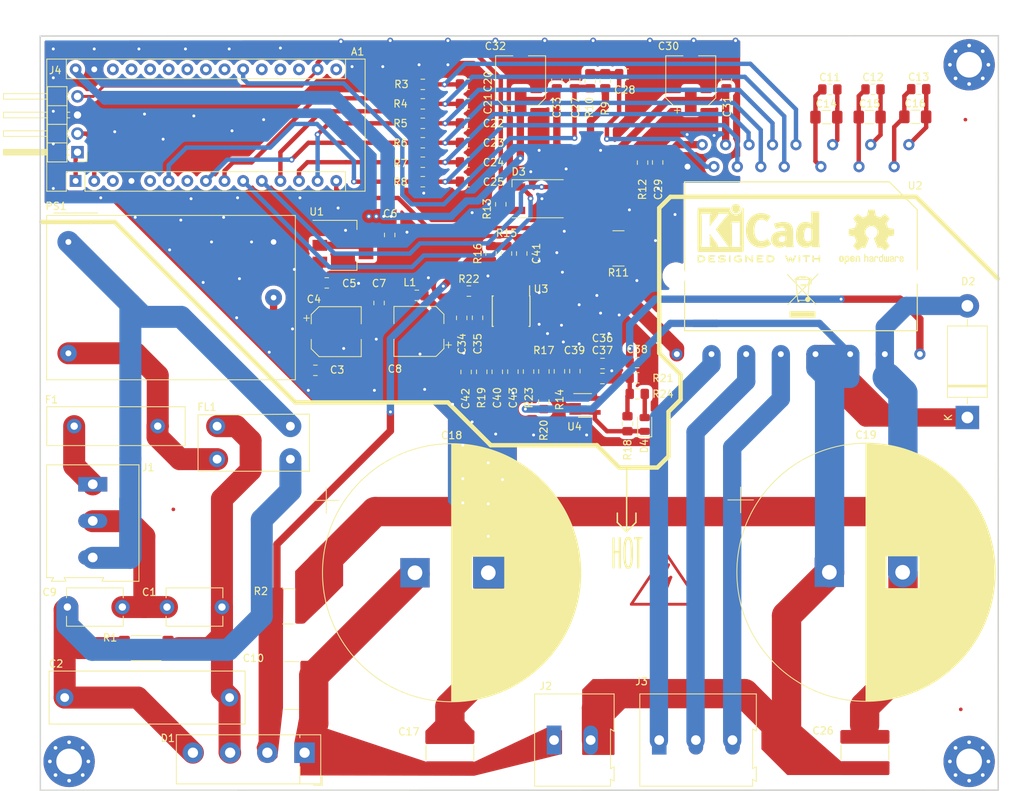
<source format=kicad_pcb>
(kicad_pcb (version 20171130) (host pcbnew "(5.1.2)-2")
  (layers (0 F.Cu signal) (31 B.Cu signal) (34 B.Paste user) (35 F.Paste user) (36 B.SilkS user) (37 F.SilkS user) (38 B.Mask user) (39 F.Mask user) (44 Edge.Cuts user))
  (net 0 "")
  (net 1 /RX)
  (net 2 +3V3)
  (net 3 /TX)
  (net 4 "Net-(A1-Pad18)")
  (net 5 "Net-(A1-Pad3)")
  (net 6 "Net-(A1-Pad19)")
  (net 7 GND)
  (net 8 "Net-(A1-Pad20)")
  (net 9 "Net-(A1-Pad5)")
  (net 10 /VFO)
  (net 11 /WL)
  (net 12 "Net-(A1-Pad22)")
  (net 13 "Net-(A1-Pad7)")
  (net 14 "Net-(A1-Pad23)")
  (net 15 /UL)
  (net 16 "Net-(A1-Pad24)")
  (net 17 /UH)
  (net 18 "Net-(A1-Pad25)")
  (net 19 /LED_1)
  (net 20 "Net-(A1-Pad26)")
  (net 21 /LED_2)
  (net 22 "Net-(A1-Pad27)")
  (net 23 /VH)
  (net 24 "Net-(A1-Pad28)")
  (net 25 /VL)
  (net 26 /WH)
  (net 27 +5V)
  (net 28 /LED_3)
  (net 29 "Net-(A1-Pad16)")
  (net 30 "Net-(C1-Pad1)")
  (net 31 GNDPWR)
  (net 32 "Net-(C2-Pad2)")
  (net 33 +15V)
  (net 34 VDD)
  (net 35 /-)
  (net 36 /+)
  (net 37 "Net-(C11-Pad2)")
  (net 38 "Net-(C11-Pad1)")
  (net 39 "Net-(C12-Pad1)")
  (net 40 "Net-(C12-Pad2)")
  (net 41 "Net-(C13-Pad1)")
  (net 42 "Net-(C13-Pad2)")
  (net 43 /P)
  (net 44 "Net-(C20-Pad2)")
  (net 45 "Net-(C21-Pad2)")
  (net 46 "Net-(C22-Pad2)")
  (net 47 "Net-(C23-Pad2)")
  (net 48 "Net-(C24-Pad2)")
  (net 49 "Net-(C25-Pad2)")
  (net 50 "Net-(C28-Pad2)")
  (net 51 "Net-(C29-Pad2)")
  (net 52 /PFC_GATE)
  (net 53 "Net-(C39-Pad1)")
  (net 54 "Net-(C40-Pad1)")
  (net 55 "Net-(C41-Pad1)")
  (net 56 "Net-(C42-Pad1)")
  (net 57 "Net-(C43-Pad1)")
  (net 58 "Net-(D3-Pad4)")
  (net 59 "Net-(D4-Pad1)")
  (net 60 "Net-(D4-Pad2)")
  (net 61 /AC1)
  (net 62 "Net-(F1-Pad2)")
  (net 63 /AC2)
  (net 64 "Net-(J3-Pad1)")
  (net 65 "Net-(J3-Pad2)")
  (net 66 "Net-(J3-Pad3)")
  (net 67 "Net-(R11-Pad2)")
  (net 68 "Net-(R14-Pad1)")
  (net 69 "Net-(R15-Pad1)")
  (net 70 "Net-(R16-Pad1)")
  (net 71 "Net-(R17-Pad2)")
  (net 72 "Net-(R22-Pad2)")
  (module Module:Arduino_Nano (layer F.Cu) (at 81.153 65.7733 90)
    (fp_text reference A1 (at 17.6403 38.481) (layer F.SilkS))
    (fp_text value Arduino_Nano_v3.x)
    (pad 1 thru_hole rect (at 0 0 90) (size 1.6 1.6) (drill 0.8) (layers *.Cu *.Mask) (net 1 /RX))
    (pad 17 thru_hole oval (at 15.24 33.02 90) (size 1.6 1.6) (drill 0.8) (layers *.Cu *.Mask) (net 2 +3V3))
    (pad 2 thru_hole oval (at 0 2.54 90) (size 1.6 1.6) (drill 0.8) (layers *.Cu *.Mask) (net 3 /TX))
    (pad 18 thru_hole oval (at 15.24 30.48 90) (size 1.6 1.6) (drill 0.8) (layers *.Cu *.Mask) (net 4 "Net-(A1-Pad18)"))
    (pad 3 thru_hole oval (at 0 5.08 90) (size 1.6 1.6) (drill 0.8) (layers *.Cu *.Mask) (net 5 "Net-(A1-Pad3)"))
    (pad 19 thru_hole oval (at 15.24 27.94 90) (size 1.6 1.6) (drill 0.8) (layers *.Cu *.Mask) (net 6 "Net-(A1-Pad19)"))
    (pad 4 thru_hole oval (at 0 7.62 90) (size 1.6 1.6) (drill 0.8) (layers *.Cu *.Mask) (net 7 GND))
    (pad 20 thru_hole oval (at 15.24 25.4 90) (size 1.6 1.6) (drill 0.8) (layers *.Cu *.Mask) (net 8 "Net-(A1-Pad20)"))
    (pad 5 thru_hole oval (at 0 10.16 90) (size 1.6 1.6) (drill 0.8) (layers *.Cu *.Mask) (net 9 "Net-(A1-Pad5)"))
    (pad 21 thru_hole oval (at 15.24 22.86 90) (size 1.6 1.6) (drill 0.8) (layers *.Cu *.Mask) (net 10 /VFO))
    (pad 6 thru_hole oval (at 0 12.7 90) (size 1.6 1.6) (drill 0.8) (layers *.Cu *.Mask) (net 11 /WL))
    (pad 22 thru_hole oval (at 15.24 20.32 90) (size 1.6 1.6) (drill 0.8) (layers *.Cu *.Mask) (net 12 "Net-(A1-Pad22)"))
    (pad 7 thru_hole oval (at 0 15.24 90) (size 1.6 1.6) (drill 0.8) (layers *.Cu *.Mask) (net 13 "Net-(A1-Pad7)"))
    (pad 23 thru_hole oval (at 15.24 17.78 90) (size 1.6 1.6) (drill 0.8) (layers *.Cu *.Mask) (net 14 "Net-(A1-Pad23)"))
    (pad 8 thru_hole oval (at 0 17.78 90) (size 1.6 1.6) (drill 0.8) (layers *.Cu *.Mask) (net 15 /UL))
    (pad 24 thru_hole oval (at 15.24 15.24 90) (size 1.6 1.6) (drill 0.8) (layers *.Cu *.Mask) (net 16 "Net-(A1-Pad24)"))
    (pad 9 thru_hole oval (at 0 20.32 90) (size 1.6 1.6) (drill 0.8) (layers *.Cu *.Mask) (net 17 /UH))
    (pad 25 thru_hole oval (at 15.24 12.7 90) (size 1.6 1.6) (drill 0.8) (layers *.Cu *.Mask) (net 18 "Net-(A1-Pad25)"))
    (pad 10 thru_hole oval (at 0 22.86 90) (size 1.6 1.6) (drill 0.8) (layers *.Cu *.Mask) (net 19 /LED_1))
    (pad 26 thru_hole oval (at 15.24 10.16 90) (size 1.6 1.6) (drill 0.8) (layers *.Cu *.Mask) (net 20 "Net-(A1-Pad26)"))
    (pad 11 thru_hole oval (at 0 25.4 90) (size 1.6 1.6) (drill 0.8) (layers *.Cu *.Mask) (net 21 /LED_2))
    (pad 27 thru_hole oval (at 15.24 7.62 90) (size 1.6 1.6) (drill 0.8) (layers *.Cu *.Mask) (net 22 "Net-(A1-Pad27)"))
    (pad 12 thru_hole oval (at 0 27.94 90) (size 1.6 1.6) (drill 0.8) (layers *.Cu *.Mask) (net 23 /VH))
    (pad 28 thru_hole oval (at 15.24 5.08 90) (size 1.6 1.6) (drill 0.8) (layers *.Cu *.Mask) (net 24 "Net-(A1-Pad28)"))
    (pad 13 thru_hole oval (at 0 30.48 90) (size 1.6 1.6) (drill 0.8) (layers *.Cu *.Mask) (net 25 /VL))
    (pad 29 thru_hole oval (at 15.24 2.54 90) (size 1.6 1.6) (drill 0.8) (layers *.Cu *.Mask) (net 7 GND))
    (pad 14 thru_hole oval (at 0 33.02 90) (size 1.6 1.6) (drill 0.8) (layers *.Cu *.Mask) (net 26 /WH))
    (pad 30 thru_hole oval (at 15.24 0 90) (size 1.6 1.6) (drill 0.8) (layers *.Cu *.Mask) (net 27 +5V))
    (pad 15 thru_hole oval (at 0 35.56 90) (size 1.6 1.6) (drill 0.8) (layers *.Cu *.Mask) (net 28 /LED_3))
    (pad 16 thru_hole oval (at 15.24 35.56 90) (size 1.6 1.6) (drill 0.8) (layers *.Cu *.Mask) (net 29 "Net-(A1-Pad16)"))
  )
  (module Connector_PinHeader_2.54mm:PinHeader_1x04_P2.54mm_Horizontal (layer F.Cu) (at 81.407 61.849 180)
    (fp_text reference J4 (at 3.048 11.176) (layer F.SilkS))
    (fp_text value Conn_01x04_Male)
    (pad 4 thru_hole oval (at 0 7.62 180) (size 1.7 1.7) (drill 1) (layers *.Cu *.Mask) (net 2 +3V3))
    (pad 3 thru_hole oval (at 0 5.08 180) (size 1.7 1.7) (drill 1) (layers *.Cu *.Mask) (net 7 GND))
    (pad 2 thru_hole oval (at 0 2.54 180) (size 1.7 1.7) (drill 1) (layers *.Cu *.Mask) (net 3 /TX))
    (pad 1 thru_hole rect (at 0 0 180) (size 1.7 1.7) (drill 1) (layers *.Cu *.Mask) (net 1 /RX))
  )
  (module Fiducial:Fiducial_0.5mm_Dia_1mm_Outer (layer F.Cu) (at 201.93 137.922)
    (fp_text reference REF** hide)
    (fp_text value Fiducial_0.5mm_Dia_1mm_Outer)
    (pad ~ smd circle (at 0 0) (size 0.5 0.5) (layers F.Cu F.Mask) (clearance 0.25))
  )
  (module MountingHole:MountingHole_2.7mm_M2.5 (layer F.Cu) (at 196.977 78.867)
    (fp_text reference REF** hide)
    (fp_text value MountingHole_2.7mm_M2.5)
    (pad 1 np_thru_hole circle (at 0 0) (size 2.7 2.7) (drill 2.7) (layers *.Cu *.Mask))
  )
  (module MountingHole:MountingHole_2.7mm_M2.5 (layer F.Cu) (at 163.068 78.74)
    (fp_text reference REF** hide)
    (fp_text value MountingHole_2.7mm_M2.5)
    (pad 1 np_thru_hole circle (at 0 0) (size 2.7 2.7) (drill 2.7) (layers *.Cu *.Mask))
  )
  (module Converter_ACDC:Converter_ACDC_MeanWell_IRM-02-xx_THT (layer F.Cu) (at 80.1624 74.1045)
    (fp_text reference PS1 (at -1.6764 -4.8895) (layer F.SilkS))
    (fp_text value IRM-02-15)
    (pad 3 thru_hole circle (at 28 0) (size 2.3 2.3) (drill 0.76) (layers *.Cu *.Mask) (net 7 GND))
    (pad 1 thru_hole rect (at 0 0) (size 2.3 2) (drill 0.8) (layers *.Cu *.Mask) (net 63 /AC2))
    (pad 2 thru_hole circle (at 0 15.2) (size 2.3 2.3) (drill 0.8) (layers *.Cu *.Mask) (net 61 /AC1))
    (pad 4 thru_hole circle (at 28 7.6) (size 2.3 2.3) (drill 0.76) (layers *.Cu *.Mask) (net 33 +15V))
  )
  (module Diode_SMD:D_0805_2012Metric (layer F.Cu) (at 158.8008 99.0219 90)
    (fp_text reference D4 (at -2.9591 -0.0508 90) (layer F.SilkS))
    (fp_text value 1N4148)
    (pad 1 smd roundrect (at -0.9375 0 90) (size 0.975 1.4) (layers F.Cu F.Paste F.Mask) (net 59 "Net-(D4-Pad1)"))
    (pad 2 smd roundrect (at 0.9375 0 90) (size 0.975 1.4) (layers F.Cu F.Paste F.Mask) (net 60 "Net-(D4-Pad2)"))
  )
  (module Capacitor_SMD:C_0805_2012Metric_Pad1.15x1.40mm_HandSolder (layer F.Cu) (at 153.0477 90.7034 180)
    (fp_text reference C36 (at 0 3.4544 180) (layer F.SilkS))
    (fp_text value 10uF)
    (pad 2 smd roundrect (at 1.025 0 180) (size 1.15 1.4) (layers F.Cu F.Paste F.Mask) (roundrect_rratio 0.217391) (net 34 VDD))
    (pad 1 smd roundrect (at -1.025 0 180) (size 1.15 1.4) (layers F.Cu F.Paste F.Mask) (roundrect_rratio 0.217391) (net 7 GND))
  )
  (module Capacitor_SMD:C_0805_2012Metric_Pad1.15x1.40mm_HandSolder (layer F.Cu) (at 133.8326 84.4714 90)
    (fp_text reference C34 (at -3.5396 0.0254 90) (layer F.SilkS))
    (fp_text value 10uF)
    (pad 1 smd roundrect (at -1.025 0 90) (size 1.15 1.4) (layers F.Cu F.Paste F.Mask) (roundrect_rratio 0.217391) (net 7 GND))
    (pad 2 smd roundrect (at 1.025 0 90) (size 1.15 1.4) (layers F.Cu F.Paste F.Mask) (roundrect_rratio 0.217391) (net 34 VDD))
  )
  (module Capacitor_THT:C_Disc_D7.5mm_W5.0mm_P7.50mm (layer F.Cu) (at 101.1174 123.952 180)
    (fp_text reference C1 (at 9.9314 2.032 180) (layer F.SilkS))
    (fp_text value 3300pF)
    (pad 1 thru_hole circle (at 0 0 180) (size 2 2) (drill 1) (layers *.Cu *.Mask) (net 30 "Net-(C1-Pad1)"))
    (pad 2 thru_hole circle (at 7.5 0 180) (size 2 2) (drill 1) (layers *.Cu *.Mask) (net 31 GNDPWR))
  )
  (module Capacitor_THT:C_Rect_L26.5mm_W7.0mm_P22.50mm_MKS4 (layer F.Cu) (at 102.1588 136.3091 180)
    (fp_text reference C2 (at 23.6728 4.6101 180) (layer F.SilkS))
    (fp_text value "0.47uF (X2)")
    (pad 1 thru_hole circle (at 0 0 180) (size 2.4 2.4) (drill 1.2) (layers *.Cu *.Mask) (net 30 "Net-(C1-Pad1)"))
    (pad 2 thru_hole circle (at 22.5 0 180) (size 2.4 2.4) (drill 1.2) (layers *.Cu *.Mask) (net 32 "Net-(C2-Pad2)"))
  )
  (module Capacitor_SMD:C_0805_2012Metric_Pad1.15x1.40mm_HandSolder (layer F.Cu) (at 113.8682 91.6305)
    (fp_text reference C3 (at 2.9718 -0.0635) (layer F.SilkS))
    (fp_text value 0.1uF)
    (pad 1 smd roundrect (at -1.025 0) (size 1.15 1.4) (layers F.Cu F.Paste F.Mask) (roundrect_rratio 0.217391) (net 33 +15V))
    (pad 2 smd roundrect (at 1.025 0) (size 1.15 1.4) (layers F.Cu F.Paste F.Mask) (roundrect_rratio 0.217391) (net 7 GND))
  )
  (module Capacitor_SMD:CP_Elec_6.3x4.5 (layer F.Cu) (at 116.713 86.3473)
    (fp_text reference C4 (at -3.048 -4.4323) (layer F.SilkS))
    (fp_text value 100uF)
    (pad 2 smd rect (at 2.7 0) (size 3.5 1.6) (layers F.Cu F.Paste F.Mask) (net 7 GND))
    (pad 1 smd rect (at -2.7 0) (size 3.5 1.6) (layers F.Cu F.Paste F.Mask) (net 33 +15V))
  )
  (module Capacitor_SMD:C_0805_2012Metric_Pad1.15x1.40mm_HandSolder (layer F.Cu) (at 115.4176 79.6925)
    (fp_text reference C5 (at 3.0734 0.0635) (layer F.SilkS))
    (fp_text value 0.1uF)
    (pad 2 smd roundrect (at 1.025 0) (size 1.15 1.4) (layers F.Cu F.Paste F.Mask) (roundrect_rratio 0.217391) (net 7 GND))
    (pad 1 smd roundrect (at -1.025 0) (size 1.15 1.4) (layers F.Cu F.Paste F.Mask) (roundrect_rratio 0.217391) (net 33 +15V))
  )
  (module Capacitor_SMD:C_0805_2012Metric_Pad1.15x1.40mm_HandSolder (layer F.Cu) (at 124.0028 73.152 270)
    (fp_text reference C6 (at -2.921 -0.0762) (layer F.SilkS))
    (fp_text value 10uF)
    (pad 2 smd roundrect (at 1.025 0 270) (size 1.15 1.4) (layers F.Cu F.Paste F.Mask) (roundrect_rratio 0.217391) (net 7 GND))
    (pad 1 smd roundrect (at -1.025 0 270) (size 1.15 1.4) (layers F.Cu F.Paste F.Mask) (roundrect_rratio 0.217391) (net 27 +5V))
  )
  (module Capacitor_SMD:C_0805_2012Metric_Pad1.15x1.40mm_HandSolder (layer F.Cu) (at 122.555 82.4357 270)
    (fp_text reference C7 (at -2.6797 0) (layer F.SilkS))
    (fp_text value 0.1uF)
    (pad 1 smd roundrect (at -1.025 0 270) (size 1.15 1.4) (layers F.Cu F.Paste F.Mask) (roundrect_rratio 0.217391) (net 33 +15V))
    (pad 2 smd roundrect (at 1.025 0 270) (size 1.15 1.4) (layers F.Cu F.Paste F.Mask) (roundrect_rratio 0.217391) (net 7 GND))
  )
  (module Capacitor_SMD:CP_Elec_6.3x4.5 (layer F.Cu) (at 127.9906 86.3219 180)
    (fp_text reference C8 (at 3.2766 -5.1181 180) (layer F.SilkS))
    (fp_text value 100uF)
    (pad 1 smd rect (at -2.7 0 180) (size 3.5 1.6) (layers F.Cu F.Paste F.Mask) (net 34 VDD))
    (pad 2 smd rect (at 2.7 0 180) (size 3.5 1.6) (layers F.Cu F.Paste F.Mask) (net 7 GND))
  )
  (module Capacitor_THT:C_Disc_D7.5mm_W5.0mm_P7.50mm (layer F.Cu) (at 87.5284 123.952 180)
    (fp_text reference C9 (at 9.9314 2.032 180) (layer F.SilkS))
    (fp_text value 3300pF)
    (pad 2 thru_hole circle (at 7.5 0 180) (size 2 2) (drill 1) (layers *.Cu *.Mask) (net 32 "Net-(C2-Pad2)"))
    (pad 1 thru_hole circle (at 0 0 180) (size 2 2) (drill 1) (layers *.Cu *.Mask) (net 31 GNDPWR))
  )
  (module Capacitor_SMD:C_1825_4564Metric_Pad1.88x6.70mm_HandSolder (layer F.Cu) (at 110.617 134.6708 180)
    (fp_text reference C10 (at 5.207 3.7338 180) (layer F.SilkS))
    (fp_text value 1uF)
    (pad 2 smd roundrect (at 2.1375 0 180) (size 1.875 6.7) (layers F.Cu F.Paste F.Mask) (roundrect_rratio 0.133333) (net 35 /-))
    (pad 1 smd roundrect (at -2.1375 0 180) (size 1.875 6.7) (layers F.Cu F.Paste F.Mask) (roundrect_rratio 0.133333) (net 36 /+))
  )
  (module Capacitor_SMD:C_0805_2012Metric_Pad1.15x1.40mm_HandSolder (layer F.Cu) (at 184.0611 53.2765)
    (fp_text reference C11 (at 0 -1.65) (layer F.SilkS))
    (fp_text value 0.1uF)
    (pad 2 smd roundrect (at 1.025 0) (size 1.15 1.4) (layers F.Cu F.Paste F.Mask) (roundrect_rratio 0.217391) (net 37 "Net-(C11-Pad2)"))
    (pad 1 smd roundrect (at -1.025 0) (size 1.15 1.4) (layers F.Cu F.Paste F.Mask) (roundrect_rratio 0.217391) (net 38 "Net-(C11-Pad1)"))
  )
  (module Capacitor_SMD:C_0805_2012Metric_Pad1.15x1.40mm_HandSolder (layer F.Cu) (at 189.9539 53.2638)
    (fp_text reference C12 (at 0 -1.65) (layer F.SilkS))
    (fp_text value 0.1uF)
    (pad 1 smd roundrect (at -1.025 0) (size 1.15 1.4) (layers F.Cu F.Paste F.Mask) (roundrect_rratio 0.217391) (net 39 "Net-(C12-Pad1)"))
    (pad 2 smd roundrect (at 1.025 0) (size 1.15 1.4) (layers F.Cu F.Paste F.Mask) (roundrect_rratio 0.217391) (net 40 "Net-(C12-Pad2)"))
  )
  (module Capacitor_SMD:C_0805_2012Metric_Pad1.15x1.40mm_HandSolder (layer F.Cu) (at 196.1896 53.2384)
    (fp_text reference C13 (at 0 -1.65) (layer F.SilkS))
    (fp_text value 0.1uF)
    (pad 1 smd roundrect (at -1.025 0) (size 1.15 1.4) (layers F.Cu F.Paste F.Mask) (roundrect_rratio 0.217391) (net 41 "Net-(C13-Pad1)"))
    (pad 2 smd roundrect (at 1.025 0) (size 1.15 1.4) (layers F.Cu F.Paste F.Mask) (roundrect_rratio 0.217391) (net 42 "Net-(C13-Pad2)"))
  )
  (module Capacitor_SMD:C_1206_3216Metric_Pad1.42x1.75mm_HandSolder (layer F.Cu) (at 183.5896 57.0611)
    (fp_text reference C14 (at 0 -1.82) (layer F.SilkS))
    (fp_text value 22uF)
    (pad 1 smd roundrect (at -1.4875 0) (size 1.425 1.75) (layers F.Cu F.Paste F.Mask) (roundrect_rratio 0.175439) (net 38 "Net-(C11-Pad1)"))
    (pad 2 smd roundrect (at 1.4875 0) (size 1.425 1.75) (layers F.Cu F.Paste F.Mask) (roundrect_rratio 0.175439) (net 37 "Net-(C11-Pad2)"))
  )
  (module Capacitor_SMD:C_1206_3216Metric_Pad1.42x1.75mm_HandSolder (layer F.Cu) (at 189.4967 57.0484)
    (fp_text reference C15 (at 0 -1.82) (layer F.SilkS))
    (fp_text value 22uF)
    (pad 1 smd roundrect (at -1.4875 0) (size 1.425 1.75) (layers F.Cu F.Paste F.Mask) (roundrect_rratio 0.175439) (net 39 "Net-(C12-Pad1)"))
    (pad 2 smd roundrect (at 1.4875 0) (size 1.425 1.75) (layers F.Cu F.Paste F.Mask) (roundrect_rratio 0.175439) (net 40 "Net-(C12-Pad2)"))
  )
  (module Capacitor_SMD:C_1206_3216Metric_Pad1.42x1.75mm_HandSolder (layer F.Cu) (at 195.7181 57.023)
    (fp_text reference C16 (at 0 -1.82) (layer F.SilkS))
    (fp_text value 22uF)
    (pad 2 smd roundrect (at 1.4875 0) (size 1.425 1.75) (layers F.Cu F.Paste F.Mask) (roundrect_rratio 0.175439) (net 42 "Net-(C13-Pad2)"))
    (pad 1 smd roundrect (at -1.4875 0) (size 1.425 1.75) (layers F.Cu F.Paste F.Mask) (roundrect_rratio 0.175439) (net 41 "Net-(C13-Pad1)"))
  )
  (module Capacitor_SMD:C_1825_4564Metric_Pad1.88x6.70mm_HandSolder (layer F.Cu) (at 132.2197 143.8148 90)
    (fp_text reference C17 (at 2.8448 -5.6007 180) (layer F.SilkS))
    (fp_text value 0.1uF)
    (pad 1 smd roundrect (at -2.1375 0 90) (size 1.875 6.7) (layers F.Cu F.Paste F.Mask) (roundrect_rratio 0.133333) (net 36 /+))
    (pad 2 smd roundrect (at 2.1375 0 90) (size 1.875 6.7) (layers F.Cu F.Paste F.Mask) (roundrect_rratio 0.133333) (net 7 GND))
  )
  (module Capacitor_THT:CP_Radial_D35.0mm_P10.00mm_SnapIn (layer F.Cu) (at 127.4572 119.2657)
    (fp_text reference C18 (at 5 -18.75) (layer F.SilkS))
    (fp_text value 330uF)
    (pad 1 thru_hole rect (at 0 0) (size 4 4) (drill 2) (layers *.Cu *.Mask) (net 36 /+))
    (pad 2 thru_hole circle (at 10 0) (size 4 4) (drill 2) (layers *.Cu *.Mask) (net 7 GND))
  )
  (module Capacitor_THT:CP_Radial_D35.0mm_P10.00mm_SnapIn (layer F.Cu) (at 183.9976 119.2022)
    (fp_text reference C19 (at 5 -18.75) (layer F.SilkS))
    (fp_text value 330uF)
    (pad 2 thru_hole circle (at 10 0) (size 4 4) (drill 2) (layers *.Cu *.Mask) (net 7 GND))
    (pad 1 thru_hole rect (at 0 0) (size 4 4) (drill 2) (layers *.Cu *.Mask) (net 43 /P))
  )
  (module Capacitor_SMD:C_0805_2012Metric_Pad1.15x1.40mm_HandSolder (layer F.Cu) (at 134.62 52.578 180)
    (fp_text reference C20 (at -2.794 0.381 270) (layer F.SilkS))
    (fp_text value 1nF)
    (pad 2 smd roundrect (at 1.025 0 180) (size 1.15 1.4) (layers F.Cu F.Paste F.Mask) (roundrect_rratio 0.217391) (net 44 "Net-(C20-Pad2)"))
    (pad 1 smd roundrect (at -1.025 0 180) (size 1.15 1.4) (layers F.Cu F.Paste F.Mask) (roundrect_rratio 0.217391) (net 7 GND))
  )
  (module Capacitor_SMD:C_0805_2012Metric_Pad1.15x1.40mm_HandSolder (layer F.Cu) (at 134.62 55.24754 180)
    (fp_text reference C21 (at -2.794 0.00254 270) (layer F.SilkS))
    (fp_text value 1nF)
    (pad 1 smd roundrect (at -1.025 0 180) (size 1.15 1.4) (layers F.Cu F.Paste F.Mask) (roundrect_rratio 0.217391) (net 7 GND))
    (pad 2 smd roundrect (at 1.025 0 180) (size 1.15 1.4) (layers F.Cu F.Paste F.Mask) (roundrect_rratio 0.217391) (net 45 "Net-(C21-Pad2)"))
  )
  (module Capacitor_SMD:C_0805_2012Metric_Pad1.15x1.40mm_HandSolder (layer F.Cu) (at 134.62 57.90438 180)
    (fp_text reference C22 (at -3.556 -0.00762 180) (layer F.SilkS))
    (fp_text value 1nF)
    (pad 2 smd roundrect (at 1.025 0 180) (size 1.15 1.4) (layers F.Cu F.Paste F.Mask) (roundrect_rratio 0.217391) (net 46 "Net-(C22-Pad2)"))
    (pad 1 smd roundrect (at -1.025 0 180) (size 1.15 1.4) (layers F.Cu F.Paste F.Mask) (roundrect_rratio 0.217391) (net 7 GND))
  )
  (module Capacitor_SMD:C_0805_2012Metric_Pad1.15x1.40mm_HandSolder (layer F.Cu) (at 134.62 60.56122 180)
    (fp_text reference C23 (at -3.556 -0.01778 180) (layer F.SilkS))
    (fp_text value 1nF)
    (pad 2 smd roundrect (at 1.025 0 180) (size 1.15 1.4) (layers F.Cu F.Paste F.Mask) (roundrect_rratio 0.217391) (net 47 "Net-(C23-Pad2)"))
    (pad 1 smd roundrect (at -1.025 0 180) (size 1.15 1.4) (layers F.Cu F.Paste F.Mask) (roundrect_rratio 0.217391) (net 7 GND))
  )
  (module Capacitor_SMD:C_0805_2012Metric_Pad1.15x1.40mm_HandSolder (layer F.Cu) (at 134.62 63.21806 180)
    (fp_text reference C24 (at -3.556 -0.02794 180) (layer F.SilkS))
    (fp_text value 1nF)
    (pad 2 smd roundrect (at 1.025 0 180) (size 1.15 1.4) (layers F.Cu F.Paste F.Mask) (roundrect_rratio 0.217391) (net 48 "Net-(C24-Pad2)"))
    (pad 1 smd roundrect (at -1.025 0 180) (size 1.15 1.4) (layers F.Cu F.Paste F.Mask) (roundrect_rratio 0.217391) (net 7 GND))
  )
  (module Capacitor_SMD:C_0805_2012Metric_Pad1.15x1.40mm_HandSolder (layer F.Cu) (at 134.62 65.8749 180)
    (fp_text reference C25 (at -3.556 -0.0381 180) (layer F.SilkS))
    (fp_text value 1nF)
    (pad 1 smd roundrect (at -1.025 0 180) (size 1.15 1.4) (layers F.Cu F.Paste F.Mask) (roundrect_rratio 0.217391) (net 7 GND))
    (pad 2 smd roundrect (at 1.025 0 180) (size 1.15 1.4) (layers F.Cu F.Paste F.Mask) (roundrect_rratio 0.217391) (net 49 "Net-(C25-Pad2)"))
  )
  (module Capacitor_SMD:C_1825_4564Metric_Pad1.88x6.70mm_HandSolder (layer F.Cu) (at 188.849 143.8148 90)
    (fp_text reference C26 (at 2.9718 -5.715 180) (layer F.SilkS))
    (fp_text value 0.1uF)
    (pad 1 smd roundrect (at -2.1375 0 90) (size 1.875 6.7) (layers F.Cu F.Paste F.Mask) (roundrect_rratio 0.133333) (net 43 /P))
    (pad 2 smd roundrect (at 2.1375 0 90) (size 1.875 6.7) (layers F.Cu F.Paste F.Mask) (roundrect_rratio 0.133333) (net 7 GND))
  )
  (module Capacitor_SMD:C_0805_2012Metric_Pad1.15x1.40mm_HandSolder (layer F.Cu) (at 149.2631 52.0954 270)
    (fp_text reference C27 (at 3.6576 -0.0889 270) (layer F.SilkS))
    (fp_text value 1nF)
    (pad 2 smd roundrect (at 1.025 0 270) (size 1.15 1.4) (layers F.Cu F.Paste F.Mask) (roundrect_rratio 0.217391) (net 10 /VFO))
    (pad 1 smd roundrect (at -1.025 0 270) (size 1.15 1.4) (layers F.Cu F.Paste F.Mask) (roundrect_rratio 0.217391) (net 7 GND))
  )
  (module Capacitor_SMD:C_0805_2012Metric_Pad1.15x1.40mm_HandSolder (layer F.Cu) (at 156.337 51.181 180)
    (fp_text reference C28 (at 0.254 -2.159 180) (layer F.SilkS))
    (fp_text value 1nF)
    (pad 2 smd roundrect (at 1.025 0 180) (size 1.15 1.4) (layers F.Cu F.Paste F.Mask) (roundrect_rratio 0.217391) (net 50 "Net-(C28-Pad2)"))
    (pad 1 smd roundrect (at -1.025 0 180) (size 1.15 1.4) (layers F.Cu F.Paste F.Mask) (roundrect_rratio 0.217391) (net 7 GND))
  )
  (module Capacitor_SMD:C_0805_2012Metric_Pad1.15x1.40mm_HandSolder (layer F.Cu) (at 160.5661 63.246 90)
    (fp_text reference C29 (at -3.683 0.0889 90) (layer F.SilkS))
    (fp_text value 1nF)
    (pad 1 smd roundrect (at -1.025 0 90) (size 1.15 1.4) (layers F.Cu F.Paste F.Mask) (roundrect_rratio 0.217391) (net 7 GND))
    (pad 2 smd roundrect (at 1.025 0 90) (size 1.15 1.4) (layers F.Cu F.Paste F.Mask) (roundrect_rratio 0.217391) (net 51 "Net-(C29-Pad2)"))
  )
  (module Capacitor_SMD:CP_Elec_6.3x4.5 (layer F.Cu) (at 165.0873 52.0954 90)
    (fp_text reference C30 (at 4.7244 -3.0353 180) (layer F.SilkS))
    (fp_text value 100uF)
    (pad 1 smd rect (at -2.7 0 90) (size 3.5 1.6) (layers F.Cu F.Paste F.Mask) (net 34 VDD))
    (pad 2 smd rect (at 2.7 0 90) (size 3.5 1.6) (layers F.Cu F.Paste F.Mask) (net 7 GND))
  )
  (module Capacitor_SMD:C_0805_2012Metric_Pad1.15x1.40mm_HandSolder (layer F.Cu) (at 169.9514 52.0954 270)
    (fp_text reference C31 (at 3.5306 -0.1016 270) (layer F.SilkS))
    (fp_text value 0.1uF)
    (pad 2 smd roundrect (at 1.025 0 270) (size 1.15 1.4) (layers F.Cu F.Paste F.Mask) (roundrect_rratio 0.217391) (net 34 VDD))
    (pad 1 smd roundrect (at -1.025 0 270) (size 1.15 1.4) (layers F.Cu F.Paste F.Mask) (roundrect_rratio 0.217391) (net 7 GND))
  )
  (module Capacitor_SMD:CP_Elec_6.3x4.5 (layer F.Cu) (at 141.8717 52.0954 90)
    (fp_text reference C32 (at 4.7244 -3.4417 180) (layer F.SilkS))
    (fp_text value 100uF)
    (pad 2 smd rect (at 2.7 0 90) (size 3.5 1.6) (layers F.Cu F.Paste F.Mask) (net 7 GND))
    (pad 1 smd rect (at -2.7 0 90) (size 3.5 1.6) (layers F.Cu F.Paste F.Mask) (net 27 +5V))
  )
  (module Capacitor_SMD:C_0805_2012Metric_Pad1.15x1.40mm_HandSolder (layer F.Cu) (at 146.812 52.0954 270)
    (fp_text reference C33 (at 3.6576 0 270) (layer F.SilkS))
    (fp_text value 0.1uF)
    (pad 1 smd roundrect (at -1.025 0 270) (size 1.15 1.4) (layers F.Cu F.Paste F.Mask) (roundrect_rratio 0.217391) (net 7 GND))
    (pad 2 smd roundrect (at 1.025 0 270) (size 1.15 1.4) (layers F.Cu F.Paste F.Mask) (roundrect_rratio 0.217391) (net 27 +5V))
  )
  (module Capacitor_SMD:C_0805_2012Metric_Pad1.15x1.40mm_HandSolder (layer F.Cu) (at 135.9916 84.455 90)
    (fp_text reference C35 (at -3.556 0.0254 90) (layer F.SilkS))
    (fp_text value 0.1uF)
    (pad 1 smd roundrect (at -1.025 0 90) (size 1.15 1.4) (layers F.Cu F.Paste F.Mask) (roundrect_rratio 0.217391) (net 7 GND))
    (pad 2 smd roundrect (at 1.025 0 90) (size 1.15 1.4) (layers F.Cu F.Paste F.Mask) (roundrect_rratio 0.217391) (net 34 VDD))
  )
  (module Capacitor_SMD:C_0805_2012Metric_Pad1.15x1.40mm_HandSolder (layer F.Cu) (at 153.035 92.7481 180)
    (fp_text reference C37 (at 0 3.8481 180) (layer F.SilkS))
    (fp_text value 0.1uF)
    (pad 2 smd roundrect (at 1.025 0 180) (size 1.15 1.4) (layers F.Cu F.Paste F.Mask) (roundrect_rratio 0.217391) (net 34 VDD))
    (pad 1 smd roundrect (at -1.025 0 180) (size 1.15 1.4) (layers F.Cu F.Paste F.Mask) (roundrect_rratio 0.217391) (net 7 GND))
  )
  (module Capacitor_SMD:C_0805_2012Metric_Pad1.15x1.40mm_HandSolder (layer F.Cu) (at 157.7721 90.5637 180)
    (fp_text reference C38 (at 0 1.7907 180) (layer F.SilkS))
    (fp_text value 47nF)
    (pad 1 smd roundrect (at -1.025 0 180) (size 1.15 1.4) (layers F.Cu F.Paste F.Mask) (roundrect_rratio 0.217391) (net 7 GND))
    (pad 2 smd roundrect (at 1.025 0 180) (size 1.15 1.4) (layers F.Cu F.Paste F.Mask) (roundrect_rratio 0.217391) (net 52 /PFC_GATE))
  )
  (module Capacitor_SMD:C_0805_2012Metric_Pad1.15x1.40mm_HandSolder (layer F.Cu) (at 149.2758 91.7448 90)
    (fp_text reference C39 (at 2.8448 -0.0508 180) (layer F.SilkS))
    (fp_text value 1nF)
    (pad 1 smd roundrect (at -1.025 0 90) (size 1.15 1.4) (layers F.Cu F.Paste F.Mask) (roundrect_rratio 0.217391) (net 53 "Net-(C39-Pad1)"))
    (pad 2 smd roundrect (at 1.025 0 90) (size 1.15 1.4) (layers F.Cu F.Paste F.Mask) (roundrect_rratio 0.217391) (net 7 GND))
  )
  (module Capacitor_SMD:C_0805_2012Metric_Pad1.15x1.40mm_HandSolder (layer F.Cu) (at 138.684 91.8337 270)
    (fp_text reference C40 (at 3.5433 0 270) (layer F.SilkS))
    (fp_text value 0.1uF)
    (pad 1 smd roundrect (at -1.025 0 270) (size 1.15 1.4) (layers F.Cu F.Paste F.Mask) (roundrect_rratio 0.217391) (net 54 "Net-(C40-Pad1)"))
    (pad 2 smd roundrect (at 1.025 0 270) (size 1.15 1.4) (layers F.Cu F.Paste F.Mask) (roundrect_rratio 0.217391) (net 7 GND))
  )
  (module Capacitor_SMD:C_0805_2012Metric_Pad1.15x1.40mm_HandSolder (layer F.Cu) (at 142.0241 75.6793 90)
    (fp_text reference C41 (at 0 1.9939 90) (layer F.SilkS))
    (fp_text value 10nF)
    (pad 2 smd roundrect (at 1.025 0 90) (size 1.15 1.4) (layers F.Cu F.Paste F.Mask) (roundrect_rratio 0.217391) (net 7 GND))
    (pad 1 smd roundrect (at -1.025 0 90) (size 1.15 1.4) (layers F.Cu F.Paste F.Mask) (roundrect_rratio 0.217391) (net 55 "Net-(C41-Pad1)"))
  )
  (module Capacitor_SMD:C_0805_2012Metric_Pad1.15x1.40mm_HandSolder (layer F.Cu) (at 134.4295 91.8591 90)
    (fp_text reference C42 (at -3.6449 -0.0635 90) (layer F.SilkS))
    (fp_text value 1uF)
    (pad 2 smd roundrect (at 1.025 0 90) (size 1.15 1.4) (layers F.Cu F.Paste F.Mask) (roundrect_rratio 0.217391) (net 7 GND))
    (pad 1 smd roundrect (at -1.025 0 90) (size 1.15 1.4) (layers F.Cu F.Paste F.Mask) (roundrect_rratio 0.217391) (net 56 "Net-(C42-Pad1)"))
  )
  (module Capacitor_SMD:C_0805_2012Metric_Pad1.15x1.40mm_HandSolder (layer F.Cu) (at 140.8176 91.8083 270)
    (fp_text reference C43 (at 3.5687 -0.0254 270) (layer F.SilkS))
    (fp_text value 1uF)
    (pad 1 smd roundrect (at -1.025 0 270) (size 1.15 1.4) (layers F.Cu F.Paste F.Mask) (roundrect_rratio 0.217391) (net 57 "Net-(C43-Pad1)"))
    (pad 2 smd roundrect (at 1.025 0 270) (size 1.15 1.4) (layers F.Cu F.Paste F.Mask) (roundrect_rratio 0.217391) (net 7 GND))
  )
  (module Diode_THT:Diode_Bridge_Vishay_KBL (layer F.Cu) (at 112.395 143.8402 180)
    (fp_text reference D1 (at 18.669 1.9812 180) (layer F.SilkS))
    (fp_text value "GBJ2506-F ")
    (pad 4 thru_hole circle (at 15.24 0 180) (size 2.8 2.8) (drill 1.4) (layers *.Cu *.Mask) (net 32 "Net-(C2-Pad2)"))
    (pad 3 thru_hole circle (at 10.16 0 180) (size 2.8 2.8) (drill 1.4) (layers *.Cu *.Mask) (net 30 "Net-(C1-Pad1)"))
    (pad 2 thru_hole circle (at 5.08 0 180) (size 2.8 2.8) (drill 1.4) (layers *.Cu *.Mask) (net 35 /-))
    (pad 1 thru_hole rect (at 0 0 180) (size 2.8 2.8) (drill 1.4) (layers *.Cu *.Mask) (net 36 /+))
  )
  (module Diode_THT:D_DO-201AD_P15.24mm_Horizontal (layer F.Cu) (at 202.8317 98.0694 90)
    (fp_text reference D2 (at 18.5674 0.1143 180) (layer F.SilkS))
    (fp_text value 1N5408)
    (fp_text user K (at 0 -2.6 90) (layer F.SilkS))
    (pad 2 thru_hole oval (at 15.24 0 90) (size 3.2 3.2) (drill 1.6) (layers *.Cu *.Mask) (net 7 GND))
    (pad 1 thru_hole rect (at 0 0 90) (size 3.2 3.2) (drill 1.6) (layers *.Cu *.Mask) (net 43 /P))
  )
  (module LED_SMD:LED_Cree-PLCC4_5x5mm_CW (layer F.Cu) (at 144.1958 68.199)
    (fp_text reference D3 (at -2.5908 -3.683) (layer F.SilkS))
    (fp_text value LED_BGRA)
    (pad 3 smd rect (at 2.5 1.6) (size 1.6 1) (layers F.Cu F.Paste F.Mask) (net 28 /LED_3))
    (pad 2 smd rect (at 2.5 -1.6) (size 1.6 1) (layers F.Cu F.Paste F.Mask) (net 21 /LED_2))
    (pad 4 smd rect (at -2.5 1.6) (size 1.6 1) (layers F.Cu F.Paste F.Mask) (net 58 "Net-(D3-Pad4)"))
    (pad 1 smd rect (at -2.5 -1.6) (size 1.6 1) (layers F.Cu F.Paste F.Mask) (net 19 /LED_1))
  )
  (module Fuse:Fuse_Littelfuse-LVR100 (layer F.Cu) (at 92.3544 99.2505 180)
    (fp_text reference F1 (at 14.5034 3.6195 180) (layer F.SilkS))
    (fp_text value Fuse)
    (pad 1 thru_hole circle (at 0 0 180) (size 2 2) (drill 1) (layers *.Cu *.Mask) (net 61 /AC1))
    (pad 2 thru_hole circle (at 11.4 0 180) (size 2 2) (drill 1) (layers *.Cu *.Mask) (net 62 "Net-(F1-Pad2)"))
  )
  (module Inductor_THT:L_CommonMode_Wuerth_WE-CMB-XS (layer F.Cu) (at 100.457 103.759 90)
    (fp_text reference FL1 (at 7.112 -1.397) (layer F.SilkS))
    (fp_text value JWMILLER_8108)
    (pad 4 thru_hole circle (at 0 10 90) (size 2.2 2.2) (drill 1.2) (layers *.Cu *.Mask) (net 32 "Net-(C2-Pad2)"))
    (pad 3 thru_hole circle (at 4.5 10 90) (size 2.2 2.2) (drill 1.2) (layers *.Cu *.Mask) (net 63 /AC2))
    (pad 2 thru_hole circle (at 4.5 0 90) (size 2.2 2.2) (drill 1.2) (layers *.Cu *.Mask) (net 30 "Net-(C1-Pad1)"))
    (pad 1 thru_hole circle (at 0 0 90) (size 2.2 2.2) (drill 1.2) (layers *.Cu *.Mask) (net 61 /AC1))
  )
  (module TerminalBlock:TerminalBlock_Altech_AK300-3_P5.00mm (layer F.Cu) (at 83.4898 107.188 270)
    (fp_text reference J1 (at -2.286 -7.5692 180) (layer F.SilkS))
    (fp_text value Screw_Terminal_01x03)
    (pad 3 thru_hole oval (at 10 0 270) (size 1.98 3.96) (drill 1.32) (layers *.Cu *.Mask) (net 63 /AC2))
    (pad 2 thru_hole oval (at 5 0 270) (size 1.98 3.96) (drill 1.32) (layers *.Cu *.Mask) (net 31 GNDPWR))
    (pad 1 thru_hole rect (at 0 0 270) (size 1.98 3.96) (drill 1.32) (layers *.Cu *.Mask) (net 62 "Net-(F1-Pad2)"))
  )
  (module TerminalBlock:TerminalBlock_Altech_AK300-2_P5.00mm (layer F.Cu) (at 146.431 142.113)
    (fp_text reference J2 (at -1.143 -7.366 180) (layer F.SilkS))
    (fp_text value Screw_Terminal_01x02)
    (pad 1 thru_hole rect (at 0 0) (size 1.98 3.96) (drill 1.32) (layers *.Cu *.Mask) (net 36 /+))
    (pad 2 thru_hole oval (at 5 0) (size 1.98 3.96) (drill 1.32) (layers *.Cu *.Mask) (net 43 /P))
  )
  (module TerminalBlock:TerminalBlock_Altech_AK300-3_P5.00mm (layer F.Cu) (at 160.782 142.113)
    (fp_text reference J3 (at -2.413 -8.001 180) (layer F.SilkS))
    (fp_text value Screw_Terminal_01x03)
    (pad 1 thru_hole rect (at 0 0) (size 1.98 3.96) (drill 1.32) (layers *.Cu *.Mask) (net 64 "Net-(J3-Pad1)"))
    (pad 2 thru_hole oval (at 5 0) (size 1.98 3.96) (drill 1.32) (layers *.Cu *.Mask) (net 65 "Net-(J3-Pad2)"))
    (pad 3 thru_hole oval (at 10 0) (size 1.98 3.96) (drill 1.32) (layers *.Cu *.Mask) (net 66 "Net-(J3-Pad3)"))
  )
  (module Inductor_SMD:L_0805_2012Metric_Pad1.15x1.40mm_HandSolder (layer F.Cu) (at 127.7112 81.3943)
    (fp_text reference L1 (at -0.9652 -1.7653) (layer F.SilkS))
    (fp_text value 200R@100MHz)
    (pad 1 smd roundrect (at -1.025 0) (size 1.15 1.4) (layers F.Cu F.Paste F.Mask) (roundrect_rratio 0.217391) (net 33 +15V))
    (pad 2 smd roundrect (at 1.025 0) (size 1.15 1.4) (layers F.Cu F.Paste F.Mask) (roundrect_rratio 0.217391) (net 34 VDD))
  )
  (module Resistor_SMD:R_2512_6332Metric_Pad1.52x3.35mm_HandSolder (layer F.Cu) (at 90.7796 129.5527 180)
    (fp_text reference R1 (at 4.9276 1.4097 180) (layer F.SilkS))
    (fp_text value 1M)
    (pad 1 smd roundrect (at -2.9875 0 180) (size 1.525 3.35) (layers F.Cu F.Paste F.Mask) (roundrect_rratio 0.163934) (net 30 "Net-(C1-Pad1)"))
    (pad 2 smd roundrect (at 2.9875 0 180) (size 1.525 3.35) (layers F.Cu F.Paste F.Mask) (roundrect_rratio 0.163934) (net 32 "Net-(C2-Pad2)"))
  )
  (module Resistor_SMD:R_1218_3246Metric_Pad1.22x4.75mm_HandSolder (layer F.Cu) (at 110.1852 123.8504)
    (fp_text reference R2 (at -3.7592 -2.0574) (layer F.SilkS))
    (fp_text value 0.03R)
    (pad 1 smd roundrect (at -1.5625 0) (size 1.225 4.75) (layers F.Cu F.Paste F.Mask) (roundrect_rratio 0.204082) (net 35 /-))
    (pad 2 smd roundrect (at 1.5625 0) (size 1.225 4.75) (layers F.Cu F.Paste F.Mask) (roundrect_rratio 0.204082) (net 7 GND))
  )
  (module Resistor_SMD:R_0805_2012Metric_Pad1.15x1.40mm_HandSolder (layer F.Cu) (at 128.524 52.5907)
    (fp_text reference R3 (at -2.921 -0.0127) (layer F.SilkS))
    (fp_text value 100R)
    (pad 1 smd roundrect (at -1.025 0) (size 1.15 1.4) (layers F.Cu F.Paste F.Mask) (roundrect_rratio 0.217391) (net 17 /UH))
    (pad 2 smd roundrect (at 1.025 0) (size 1.15 1.4) (layers F.Cu F.Paste F.Mask) (roundrect_rratio 0.217391) (net 44 "Net-(C20-Pad2)"))
  )
  (module Resistor_SMD:R_0805_2012Metric_Pad1.15x1.40mm_HandSolder (layer F.Cu) (at 128.524 55.24754)
    (fp_text reference R4 (at -3.048 -0.00254) (layer F.SilkS))
    (fp_text value 100R)
    (pad 2 smd roundrect (at 1.025 0) (size 1.15 1.4) (layers F.Cu F.Paste F.Mask) (roundrect_rratio 0.217391) (net 45 "Net-(C21-Pad2)"))
    (pad 1 smd roundrect (at -1.025 0) (size 1.15 1.4) (layers F.Cu F.Paste F.Mask) (roundrect_rratio 0.217391) (net 23 /VH))
  )
  (module Resistor_SMD:R_0805_2012Metric_Pad1.15x1.40mm_HandSolder (layer F.Cu) (at 128.524 57.90438)
    (fp_text reference R5 (at -3.048 0.00762) (layer F.SilkS))
    (fp_text value 100R)
    (pad 1 smd roundrect (at -1.025 0) (size 1.15 1.4) (layers F.Cu F.Paste F.Mask) (roundrect_rratio 0.217391) (net 26 /WH))
    (pad 2 smd roundrect (at 1.025 0) (size 1.15 1.4) (layers F.Cu F.Paste F.Mask) (roundrect_rratio 0.217391) (net 46 "Net-(C22-Pad2)"))
  )
  (module Resistor_SMD:R_0805_2012Metric_Pad1.15x1.40mm_HandSolder (layer F.Cu) (at 128.524 60.56122)
    (fp_text reference R6 (at -3.048 0.01778) (layer F.SilkS))
    (fp_text value 100R)
    (pad 2 smd roundrect (at 1.025 0) (size 1.15 1.4) (layers F.Cu F.Paste F.Mask) (roundrect_rratio 0.217391) (net 47 "Net-(C23-Pad2)"))
    (pad 1 smd roundrect (at -1.025 0) (size 1.15 1.4) (layers F.Cu F.Paste F.Mask) (roundrect_rratio 0.217391) (net 15 /UL))
  )
  (module Resistor_SMD:R_0805_2012Metric_Pad1.15x1.40mm_HandSolder (layer F.Cu) (at 128.524 63.21806)
    (fp_text reference R7 (at -3.048 0.15494) (layer F.SilkS))
    (fp_text value 100R)
    (pad 1 smd roundrect (at -1.025 0) (size 1.15 1.4) (layers F.Cu F.Paste F.Mask) (roundrect_rratio 0.217391) (net 25 /VL))
    (pad 2 smd roundrect (at 1.025 0) (size 1.15 1.4) (layers F.Cu F.Paste F.Mask) (roundrect_rratio 0.217391) (net 48 "Net-(C24-Pad2)"))
  )
  (module Resistor_SMD:R_0805_2012Metric_Pad1.15x1.40mm_HandSolder (layer F.Cu) (at 128.524 65.8749)
    (fp_text reference R8 (at -3.048 0.0381) (layer F.SilkS))
    (fp_text value 100R)
    (pad 2 smd roundrect (at 1.025 0) (size 1.15 1.4) (layers F.Cu F.Paste F.Mask) (roundrect_rratio 0.217391) (net 49 "Net-(C25-Pad2)"))
    (pad 1 smd roundrect (at -1.025 0) (size 1.15 1.4) (layers F.Cu F.Paste F.Mask) (roundrect_rratio 0.217391) (net 11 /WL))
  )
  (module Resistor_SMD:R_0805_2012Metric_Pad1.15x1.40mm_HandSolder (layer F.Cu) (at 153.416 52.0954 90)
    (fp_text reference R9 (at -3.7846 0 90) (layer F.SilkS))
    (fp_text value 3.6k)
    (pad 1 smd roundrect (at -1.025 0 90) (size 1.15 1.4) (layers F.Cu F.Paste F.Mask) (roundrect_rratio 0.217391) (net 27 +5V))
    (pad 2 smd roundrect (at 1.025 0 90) (size 1.15 1.4) (layers F.Cu F.Paste F.Mask) (roundrect_rratio 0.217391) (net 50 "Net-(C28-Pad2)"))
  )
  (module Resistor_SMD:R_0805_2012Metric_Pad1.15x1.40mm_HandSolder (layer F.Cu) (at 151.3713 52.0954 90)
    (fp_text reference R10 (at -3.6576 -0.1143 90) (layer F.SilkS))
    (fp_text value 100R)
    (pad 2 smd roundrect (at 1.025 0 90) (size 1.15 1.4) (layers F.Cu F.Paste F.Mask) (roundrect_rratio 0.217391) (net 50 "Net-(C28-Pad2)"))
    (pad 1 smd roundrect (at -1.025 0 90) (size 1.15 1.4) (layers F.Cu F.Paste F.Mask) (roundrect_rratio 0.217391) (net 10 /VFO))
  )
  (module Resistor_SMD:R_1218_3246Metric_Pad1.22x4.75mm_HandSolder (layer F.Cu) (at 155.2194 74.9808 180)
    (fp_text reference R11 (at 0 -3.32 180) (layer F.SilkS))
    (fp_text value 0.03R)
    (pad 2 smd roundrect (at 1.5625 0 180) (size 1.225 4.75) (layers F.Cu F.Paste F.Mask) (roundrect_rratio 0.204082) (net 67 "Net-(R11-Pad2)"))
    (pad 1 smd roundrect (at -1.5625 0 180) (size 1.225 4.75) (layers F.Cu F.Paste F.Mask) (roundrect_rratio 0.204082) (net 7 GND))
  )
  (module Resistor_SMD:R_0805_2012Metric_Pad1.15x1.40mm_HandSolder (layer F.Cu) (at 158.5087 63.2714 270)
    (fp_text reference R12 (at 3.6576 0.0127 270) (layer F.SilkS))
    (fp_text value 1.8k)
    (pad 2 smd roundrect (at 1.025 0 270) (size 1.15 1.4) (layers F.Cu F.Paste F.Mask) (roundrect_rratio 0.217391) (net 67 "Net-(R11-Pad2)"))
    (pad 1 smd roundrect (at -1.025 0 270) (size 1.15 1.4) (layers F.Cu F.Paste F.Mask) (roundrect_rratio 0.217391) (net 51 "Net-(C29-Pad2)"))
  )
  (module Resistor_SMD:R_0805_2012Metric_Pad1.15x1.40mm_HandSolder (layer F.Cu) (at 139.1666 68.961 90)
    (fp_text reference R13 (at -0.635 -1.8796 90) (layer F.SilkS))
    (fp_text value 330R)
    (pad 2 smd roundrect (at 1.025 0 90) (size 1.15 1.4) (layers F.Cu F.Paste F.Mask) (roundrect_rratio 0.217391) (net 2 +3V3))
    (pad 1 smd roundrect (at -1.025 0 90) (size 1.15 1.4) (layers F.Cu F.Paste F.Mask) (roundrect_rratio 0.217391) (net 58 "Net-(D3-Pad4)"))
  )
  (module Resistor_SMD:R_0805_2012Metric_Pad1.15x1.40mm_HandSolder (layer F.Cu) (at 147.1676 91.7702 270)
    (fp_text reference R14 (at 3.8608 -0.0254 270) (layer F.SilkS))
    (fp_text value 200R)
    (pad 2 smd roundrect (at 1.025 0 270) (size 1.15 1.4) (layers F.Cu F.Paste F.Mask) (roundrect_rratio 0.217391) (net 53 "Net-(C39-Pad1)"))
    (pad 1 smd roundrect (at -1.025 0 270) (size 1.15 1.4) (layers F.Cu F.Paste F.Mask) (roundrect_rratio 0.217391) (net 68 "Net-(R14-Pad1)"))
  )
  (module Resistor_SMD:R_0805_2012Metric_Pad1.15x1.40mm_HandSolder (layer F.Cu) (at 137.8331 75.6793 270)
    (fp_text reference R15 (at -2.7813 -2.1209) (layer F.SilkS))
    (fp_text value 110R)
    (pad 2 smd roundrect (at 1.025 0 270) (size 1.15 1.4) (layers F.Cu F.Paste F.Mask) (roundrect_rratio 0.217391) (net 35 /-))
    (pad 1 smd roundrect (at -1.025 0 270) (size 1.15 1.4) (layers F.Cu F.Paste F.Mask) (roundrect_rratio 0.217391) (net 69 "Net-(R15-Pad1)"))
  )
  (module Resistor_SMD:R_0805_2012Metric_Pad1.15x1.40mm_HandSolder (layer F.Cu) (at 139.9413 75.6793 90)
    (fp_text reference R16 (at -0.0127 -3.9243 90) (layer F.SilkS))
    (fp_text value 110R)
    (pad 1 smd roundrect (at -1.025 0 90) (size 1.15 1.4) (layers F.Cu F.Paste F.Mask) (roundrect_rratio 0.217391) (net 70 "Net-(R16-Pad1)"))
    (pad 2 smd roundrect (at 1.025 0 90) (size 1.15 1.4) (layers F.Cu F.Paste F.Mask) (roundrect_rratio 0.217391) (net 69 "Net-(R15-Pad1)"))
  )
  (module Resistor_SMD:R_0805_2012Metric_Pad1.15x1.40mm_HandSolder (layer F.Cu) (at 145.0467 91.7829 270)
    (fp_text reference R17 (at -2.8829 0.0127) (layer F.SilkS))
    (fp_text value 390k)
    (pad 1 smd roundrect (at -1.025 0 270) (size 1.15 1.4) (layers F.Cu F.Paste F.Mask) (roundrect_rratio 0.217391) (net 57 "Net-(C43-Pad1)"))
    (pad 2 smd roundrect (at 1.025 0 270) (size 1.15 1.4) (layers F.Cu F.Paste F.Mask) (roundrect_rratio 0.217391) (net 71 "Net-(R17-Pad2)"))
  )
  (module Resistor_SMD:R_0805_2012Metric_Pad1.15x1.40mm_HandSolder (layer F.Cu) (at 156.4513 98.9203 90)
    (fp_text reference R18 (at -3.5687 0.0127 90) (layer F.SilkS))
    (fp_text value 10R)
    (pad 1 smd roundrect (at -1.025 0 90) (size 1.15 1.4) (layers F.Cu F.Paste F.Mask) (roundrect_rratio 0.217391) (net 59 "Net-(D4-Pad1)"))
    (pad 2 smd roundrect (at 1.025 0 90) (size 1.15 1.4) (layers F.Cu F.Paste F.Mask) (roundrect_rratio 0.217391) (net 52 /PFC_GATE))
  )
  (module Resistor_SMD:R_0805_2012Metric_Pad1.15x1.40mm_HandSolder (layer F.Cu) (at 136.5631 91.8337 90)
    (fp_text reference R19 (at -3.5433 -0.0381 90) (layer F.SilkS))
    (fp_text value 33k)
    (pad 1 smd roundrect (at -1.025 0 90) (size 1.15 1.4) (layers F.Cu F.Paste F.Mask) (roundrect_rratio 0.217391) (net 56 "Net-(C42-Pad1)"))
    (pad 2 smd roundrect (at 1.025 0 90) (size 1.15 1.4) (layers F.Cu F.Paste F.Mask) (roundrect_rratio 0.217391) (net 54 "Net-(C40-Pad1)"))
  )
  (module Resistor_SMD:R_0805_2012Metric_Pad1.15x1.40mm_HandSolder (layer F.Cu) (at 145.034 95.8977 270)
    (fp_text reference R20 (at 3.9243 0 270) (layer F.SilkS))
    (fp_text value 390k)
    (pad 1 smd roundrect (at -1.025 0 270) (size 1.15 1.4) (layers F.Cu F.Paste F.Mask) (roundrect_rratio 0.217391) (net 71 "Net-(R17-Pad2)"))
    (pad 2 smd roundrect (at 1.025 0 270) (size 1.15 1.4) (layers F.Cu F.Paste F.Mask) (roundrect_rratio 0.217391) (net 43 /P))
  )
  (module Resistor_SMD:R_0805_2012Metric_Pad1.15x1.40mm_HandSolder (layer F.Cu) (at 157.7721 92.6465)
    (fp_text reference R21 (at 3.5179 0.0635) (layer F.SilkS))
    (fp_text value 10k)
    (pad 1 smd roundrect (at -1.025 0) (size 1.15 1.4) (layers F.Cu F.Paste F.Mask) (roundrect_rratio 0.217391) (net 52 /PFC_GATE))
    (pad 2 smd roundrect (at 1.025 0) (size 1.15 1.4) (layers F.Cu F.Paste F.Mask) (roundrect_rratio 0.217391) (net 7 GND))
  )
  (module Resistor_SMD:R_0805_2012Metric_Pad1.15x1.40mm_HandSolder (layer F.Cu) (at 134.8105 80.8101)
    (fp_text reference R22 (at 0 -1.65) (layer F.SilkS))
    (fp_text value 240k)
    (pad 2 smd roundrect (at 1.025 0) (size 1.15 1.4) (layers F.Cu F.Paste F.Mask) (roundrect_rratio 0.217391) (net 72 "Net-(R22-Pad2)"))
    (pad 1 smd roundrect (at -1.025 0) (size 1.15 1.4) (layers F.Cu F.Paste F.Mask) (roundrect_rratio 0.217391) (net 7 GND))
  )
  (module Resistor_SMD:R_0805_2012Metric_Pad1.15x1.40mm_HandSolder (layer F.Cu) (at 142.9512 91.7956 90)
    (fp_text reference R23 (at -3.5814 0.0508 90) (layer F.SilkS))
    (fp_text value 5.9k)
    (pad 2 smd roundrect (at 1.025 0 90) (size 1.15 1.4) (layers F.Cu F.Paste F.Mask) (roundrect_rratio 0.217391) (net 57 "Net-(C43-Pad1)"))
    (pad 1 smd roundrect (at -1.025 0 90) (size 1.15 1.4) (layers F.Cu F.Paste F.Mask) (roundrect_rratio 0.217391) (net 7 GND))
  )
  (module Resistor_SMD:R_0805_2012Metric_Pad1.15x1.40mm_HandSolder (layer F.Cu) (at 157.7848 94.8436 180)
    (fp_text reference R24 (at -3.5052 -0.0254 180) (layer F.SilkS))
    (fp_text value R)
    (pad 1 smd roundrect (at -1.025 0 180) (size 1.15 1.4) (layers F.Cu F.Paste F.Mask) (roundrect_rratio 0.217391) (net 60 "Net-(D4-Pad2)"))
    (pad 2 smd roundrect (at 1.025 0 180) (size 1.15 1.4) (layers F.Cu F.Paste F.Mask) (roundrect_rratio 0.217391) (net 52 /PFC_GATE))
  )
  (module Package_TO_SOT_SMD:SOT-223-3_TabPin2 (layer F.Cu) (at 117.6274 74.5617)
    (fp_text reference U1 (at -3.5814 -4.5847) (layer F.SilkS))
    (fp_text value LD1117S50TR_SOT223)
    (pad 2 smd rect (at 3.15 0) (size 2 3.8) (layers F.Cu F.Paste F.Mask) (net 27 +5V))
    (pad 2 smd rect (at -3.15 0) (size 2 1.5) (layers F.Cu F.Paste F.Mask) (net 27 +5V))
    (pad 3 smd rect (at -3.15 2.3) (size 2 1.5) (layers F.Cu F.Paste F.Mask) (net 33 +15V))
    (pad 1 smd rect (at -3.15 -2.3) (size 2 1.5) (layers F.Cu F.Paste F.Mask) (net 7 GND))
  )
  (module PowerTransistor:IFCM15S60_24_pins (layer F.Cu) (at 164.6428 60.8203 270)
    (fp_text reference U2 (at 5.6007 -31.0642) (layer F.SilkS))
    (fp_text value IFCM15S60GD)
    (pad 5 thru_hole circle (at 0 -19.8 270) (size 1.524 1.524) (drill 0.8) (layers *.Cu *.Mask) (net 37 "Net-(C11-Pad2)"))
    (pad 6 thru_hole circle (at 3 -18.2 270) (size 1.524 1.524) (drill 0.8) (layers *.Cu *.Mask) (net 38 "Net-(C11-Pad1)"))
    (pad 16 thru_hole circle (at 3 0 270) (size 1.524 1.524) (drill 0.8) (layers *.Cu *.Mask) (net 7 GND))
    (pad 15 thru_hole circle (at 0 -2 270) (size 1.524 1.524) (drill 0.8) (layers *.Cu *.Mask) (net 51 "Net-(C29-Pad2)"))
    (pad 14 thru_hole circle (at 3 -3.6 270) (size 1.524 1.524) (drill 0.8) (layers *.Cu *.Mask) (net 50 "Net-(C28-Pad2)"))
    (pad 13 thru_hole circle (at 0 -5.2 270) (size 1.524 1.524) (drill 0.8) (layers *.Cu *.Mask) (net 34 VDD))
    (pad 12 thru_hole circle (at 3 -6.8 270) (size 1.524 1.524) (drill 0.8) (layers *.Cu *.Mask) (net 49 "Net-(C25-Pad2)"))
    (pad 11 thru_hole circle (at 0 -8.4 270) (size 1.524 1.524) (drill 0.8) (layers *.Cu *.Mask) (net 48 "Net-(C24-Pad2)"))
    (pad 10 thru_hole circle (at 3 -10 270) (size 1.524 1.524) (drill 0.8) (layers *.Cu *.Mask) (net 47 "Net-(C23-Pad2)"))
    (pad 9 thru_hole circle (at 0 -11.6 270) (size 1.524 1.524) (drill 0.8) (layers *.Cu *.Mask) (net 46 "Net-(C22-Pad2)"))
    (pad 8 thru_hole circle (at 3 -13.2 270) (size 1.524 1.524) (drill 0.8) (layers *.Cu *.Mask) (net 45 "Net-(C21-Pad2)"))
    (pad 7 thru_hole circle (at 0 -14.8 270) (size 1.524 1.524) (drill 0.8) (layers *.Cu *.Mask) (net 44 "Net-(C20-Pad2)"))
    (pad 1 thru_hole circle (at 0 -30.2 270) (size 1.524 1.524) (drill 0.8) (layers *.Cu *.Mask) (net 42 "Net-(C13-Pad2)"))
    (pad 2 thru_hole circle (at 3 -28.2 270) (size 1.524 1.524) (drill 0.8) (layers *.Cu *.Mask) (net 41 "Net-(C13-Pad1)"))
    (pad 3 thru_hole circle (at 0 -25 270) (size 1.524 1.524) (drill 0.8) (layers *.Cu *.Mask) (net 40 "Net-(C12-Pad2)"))
    (pad 4 thru_hole circle (at 3 -23.4 270) (size 1.524 1.524) (drill 0.8) (layers *.Cu *.Mask) (net 39 "Net-(C12-Pad1)"))
    (pad 17 thru_hole circle (at 28.6 1.455 270) (size 1.524 1.524) (drill 0.8) (layers *.Cu *.Mask) (net 67 "Net-(R11-Pad2)"))
    (pad 18 thru_hole circle (at 28.6 -3.275 270) (size 1.524 1.524) (drill 0.8) (layers *.Cu *.Mask) (net 64 "Net-(J3-Pad1)"))
    (pad 19 thru_hole circle (at 28.6 -8.005 270) (size 1.524 1.524) (drill 0.8) (layers *.Cu *.Mask) (net 65 "Net-(J3-Pad2)"))
    (pad 20 thru_hole circle (at 28.6 -12.735 270) (size 1.524 1.524) (drill 0.8) (layers *.Cu *.Mask) (net 66 "Net-(J3-Pad3)"))
    (pad 21 thru_hole circle (at 28.6 -17.465 270) (size 1.524 1.524) (drill 0.8) (layers *.Cu *.Mask) (net 43 /P))
    (pad 22 thru_hole circle (at 28.6 -22.195 270) (size 1.524 1.524) (drill 0.8) (layers *.Cu *.Mask) (net 43 /P))
    (pad 23 thru_hole circle (at 28.6 -26.925 270) (size 1.524 1.524) (drill 0.8) (layers *.Cu *.Mask) (net 7 GND))
    (pad 24 thru_hole circle (at 28.6 -31.71 270) (size 1.524 1.524) (drill 0.8) (layers *.Cu *.Mask) (net 52 /PFC_GATE))
  )
  (module Package_SO:SOIC-8_3.9x4.9mm_P1.27mm (layer F.Cu) (at 140.5763 83.5533 270)
    (fp_text reference U3 (at -3.0353 -4.0767) (layer F.SilkS))
    (fp_text value ICE2PCS05)
    (pad 1 smd rect (at -2.7 -1.905 270) (size 1.55 0.6) (layers F.Cu F.Paste F.Mask) (net 7 GND))
    (pad 2 smd rect (at -2.7 -0.635 270) (size 1.55 0.6) (layers F.Cu F.Paste F.Mask) (net 55 "Net-(C41-Pad1)"))
    (pad 3 smd rect (at -2.7 0.635 270) (size 1.55 0.6) (layers F.Cu F.Paste F.Mask) (net 70 "Net-(R16-Pad1)"))
    (pad 4 smd rect (at -2.7 1.905 270) (size 1.55 0.6) (layers F.Cu F.Paste F.Mask) (net 72 "Net-(R22-Pad2)"))
    (pad 5 smd rect (at 2.7 1.905 270) (size 1.55 0.6) (layers F.Cu F.Paste F.Mask) (net 54 "Net-(C40-Pad1)"))
    (pad 6 smd rect (at 2.7 0.635 270) (size 1.55 0.6) (layers F.Cu F.Paste F.Mask) (net 57 "Net-(C43-Pad1)"))
    (pad 7 smd rect (at 2.7 -0.635 270) (size 1.55 0.6) (layers F.Cu F.Paste F.Mask) (net 34 VDD))
    (pad 8 smd rect (at 2.7 -1.905 270) (size 1.55 0.6) (layers F.Cu F.Paste F.Mask) (net 68 "Net-(R14-Pad1)"))
  )
  (module Package_TO_SOT_SMD:SOT-23-5_HandSoldering (layer F.Cu) (at 150.6601 96.4184)
    (fp_text reference U4 (at -1.4351 2.8956) (layer F.SilkS))
    (fp_text value IRS44273L)
    (pad 1 smd rect (at -1.35 -0.95) (size 1.56 0.65) (layers F.Cu F.Paste F.Mask) (net 53 "Net-(C39-Pad1)"))
    (pad 2 smd rect (at -1.35 0) (size 1.56 0.65) (layers F.Cu F.Paste F.Mask) (net 7 GND))
    (pad 3 smd rect (at -1.35 0.95) (size 1.56 0.65) (layers F.Cu F.Paste F.Mask) (net 59 "Net-(D4-Pad1)"))
    (pad 4 smd rect (at 1.35 0.95) (size 1.56 0.65) (layers F.Cu F.Paste F.Mask) (net 59 "Net-(D4-Pad1)"))
    (pad 5 smd rect (at 1.35 -0.95) (size 1.56 0.65) (layers F.Cu F.Paste F.Mask) (net 34 VDD))
  )
  (module Symbol:WEEE-Logo_4.2x6mm_SilkScreen (layer F.Cu) (at 180.34 81.407)
    (fp_text reference REF** hide)
    (fp_text value WEEE-Logo_4.2x6mm_SilkScreen hide)
  )
  (module MountingHole:MountingHole_3.5mm_Pad_Via (layer F.Cu) (at 80.264 145.034)
    (fp_text reference REF** hide)
    (fp_text value MountingHole_3.5mm_Pad_Via)
    (pad 1 thru_hole circle (at 1.856155 -1.856155) (size 0.8 0.8) (drill 0.5) (layers *.Cu *.Mask))
    (pad 1 thru_hole circle (at 0 -2.625) (size 0.8 0.8) (drill 0.5) (layers *.Cu *.Mask))
    (pad 1 thru_hole circle (at -1.856155 -1.856155) (size 0.8 0.8) (drill 0.5) (layers *.Cu *.Mask))
    (pad 1 thru_hole circle (at -2.625 0) (size 0.8 0.8) (drill 0.5) (layers *.Cu *.Mask))
    (pad 1 thru_hole circle (at -1.856155 1.856155) (size 0.8 0.8) (drill 0.5) (layers *.Cu *.Mask))
    (pad 1 thru_hole circle (at 0 2.625) (size 0.8 0.8) (drill 0.5) (layers *.Cu *.Mask))
    (pad 1 thru_hole circle (at 1.856155 1.856155) (size 0.8 0.8) (drill 0.5) (layers *.Cu *.Mask))
    (pad 1 thru_hole circle (at 2.625 0) (size 0.8 0.8) (drill 0.5) (layers *.Cu *.Mask))
    (pad 1 thru_hole circle (at 0 0) (size 7 7) (drill 3.5) (layers *.Cu *.Mask))
  )
  (module MountingHole:MountingHole_3.5mm_Pad_Via (layer F.Cu) (at 203.073 145.034)
    (fp_text reference REF** hide)
    (fp_text value MountingHole_3.5mm_Pad_Via)
    (pad 1 thru_hole circle (at 1.856155 -1.856155) (size 0.8 0.8) (drill 0.5) (layers *.Cu *.Mask))
    (pad 1 thru_hole circle (at 0 -2.625) (size 0.8 0.8) (drill 0.5) (layers *.Cu *.Mask))
    (pad 1 thru_hole circle (at -1.856155 -1.856155) (size 0.8 0.8) (drill 0.5) (layers *.Cu *.Mask))
    (pad 1 thru_hole circle (at -2.625 0) (size 0.8 0.8) (drill 0.5) (layers *.Cu *.Mask))
    (pad 1 thru_hole circle (at -1.856155 1.856155) (size 0.8 0.8) (drill 0.5) (layers *.Cu *.Mask))
    (pad 1 thru_hole circle (at 0 2.625) (size 0.8 0.8) (drill 0.5) (layers *.Cu *.Mask))
    (pad 1 thru_hole circle (at 1.856155 1.856155) (size 0.8 0.8) (drill 0.5) (layers *.Cu *.Mask))
    (pad 1 thru_hole circle (at 2.625 0) (size 0.8 0.8) (drill 0.5) (layers *.Cu *.Mask))
    (pad 1 thru_hole circle (at 0 0) (size 7 7) (drill 3.5) (layers *.Cu *.Mask))
  )
  (module MountingHole:MountingHole_3.5mm_Pad_Via (layer F.Cu) (at 203.073 49.911)
    (fp_text reference REF** hide)
    (fp_text value MountingHole_3.5mm_Pad_Via)
    (pad 1 thru_hole circle (at 1.856155 -1.856155) (size 0.8 0.8) (drill 0.5) (layers *.Cu *.Mask))
    (pad 1 thru_hole circle (at 0 -2.625) (size 0.8 0.8) (drill 0.5) (layers *.Cu *.Mask))
    (pad 1 thru_hole circle (at -1.856155 -1.856155) (size 0.8 0.8) (drill 0.5) (layers *.Cu *.Mask))
    (pad 1 thru_hole circle (at -2.625 0) (size 0.8 0.8) (drill 0.5) (layers *.Cu *.Mask))
    (pad 1 thru_hole circle (at -1.856155 1.856155) (size 0.8 0.8) (drill 0.5) (layers *.Cu *.Mask))
    (pad 1 thru_hole circle (at 0 2.625) (size 0.8 0.8) (drill 0.5) (layers *.Cu *.Mask))
    (pad 1 thru_hole circle (at 1.856155 1.856155) (size 0.8 0.8) (drill 0.5) (layers *.Cu *.Mask))
    (pad 1 thru_hole circle (at 2.625 0) (size 0.8 0.8) (drill 0.5) (layers *.Cu *.Mask))
    (pad 1 thru_hole circle (at 0 0) (size 7 7) (drill 3.5) (layers *.Cu *.Mask))
  )
  (module Symbol:KiCad-Logo2_8mm_SilkScreen (layer F.Cu) (at 174.371 72.898)
    (fp_text reference REF** hide)
    (fp_text value KiCad-Logo2_8mm_SilkScreen hide)
  )
  (module Symbol:OSHW-Logo2_9.8x8mm_SilkScreen (layer F.Cu) (at 189.738 73.406)
    (fp_text reference REF** hide)
    (fp_text value OSHW-Logo2_9.8x8mm_SilkScreen hide)
  )
  (module Symbol:Symbol_HighVoltage_Type2_CopperTop_VerySmall (layer F.Cu) (at 161.671 120.777)
    (fp_text reference REF** hide)
    (fp_text value Symbol_HighVoltage_Type2_CopperTop_VerySmall)
    (fp_line (start -4.699 2.794) (end 0 -4.191) (layer F.Cu) (width 0.381))
    (fp_line (start 4.699 2.794) (end -4.699 2.794) (layer F.Cu) (width 0.381))
    (fp_line (start 0 -4.191) (end 4.699 2.794) (layer F.Cu) (width 0.381))
    (fp_line (start -0.49784 2.19964) (end -0.59944 1.30048) (layer F.Cu) (width 0.381))
    (fp_line (start 0.29972 -0.59944) (end -0.49784 2.19964) (layer F.Cu) (width 0.381))
    (fp_line (start -0.89916 0.20066) (end 0.29972 -0.59944) (layer F.Cu) (width 0.381))
    (fp_line (start -0.09906 -2.79908) (end -0.89916 0.20066) (layer F.Cu) (width 0.381))
    (fp_line (start -0.49784 2.19964) (end 0.1016 1.50114) (layer F.Cu) (width 0.381))
    (fp_line (start -0.89916 0.20066) (end 0.40132 -2.60096) (layer F.Cu) (width 0.381))
    (fp_line (start 0.70104 -0.89916) (end 0.1016 -0.50038) (layer F.Cu) (width 0.381))
    (fp_line (start -0.49784 2.19964) (end 0.70104 -0.89916) (layer F.Cu) (width 0.381))
  )
  (module Fiducial:Fiducial_0.5mm_Dia_1mm_Outer (layer F.Cu) (at 202.565 57.404)
    (fp_text reference REF** hide)
    (fp_text value Fiducial_0.5mm_Dia_1mm_Outer)
    (pad ~ smd circle (at 0 0) (size 0.5 0.5) (layers F.Cu F.Mask) (clearance 0.25))
  )
  (module Fiducial:Fiducial_0.5mm_Dia_1mm_Outer (layer F.Cu) (at 94.488 110.617)
    (fp_text reference REF** hide)
    (fp_text value Fiducial_0.5mm_Dia_1mm_Outer)
    (pad ~ smd circle (at 0 0) (size 0.5 0.5) (layers F.Cu F.Mask) (clearance 0.25))
  )
  (gr_text HOT (at 156.337 116.713) (layer F.SilkS) (effects (font (size 4 1.5) (thickness 0.3))))
  (gr_line (start 156.337 113.665) (end 157.607 112.395) (layer F.SilkS) (width 0.2))
  (gr_line (start 157.607 111.125) (end 157.607 112.395) (layer F.SilkS) (width 0.2))
  (gr_line (start 155.067 111.125) (end 155.067 112.395) (layer F.SilkS) (width 0.2))
  (gr_line (start 156.337 113.665) (end 155.067 112.395) (layer F.SilkS) (width 0.2))
  (gr_line (start 156.337 104.902) (end 156.337 113.665) (layer F.SilkS) (width 0.2))
  (gr_line (start 194.437 67.945) (end 162.306 67.945) (layer F.SilkS) (width 0.6))
  (gr_line (start 195.834 67.945) (end 194.31 67.945) (layer F.SilkS) (width 0.6))
  (gr_line (start 195.834 67.945) (end 207.01 79.121) (layer F.SilkS) (width 0.6))
  (gr_line (start 160.782 69.469) (end 162.306 67.945) (layer F.SilkS) (width 0.6))
  (gr_line (start 160.782 89.281) (end 160.782 69.469) (layer F.SilkS) (width 0.6))
  (gr_line (start 163.703 92.202) (end 160.782 89.281) (layer F.SilkS) (width 0.6))
  (gr_line (start 163.703 95.631) (end 163.703 92.202) (layer F.SilkS) (width 0.6))
  (gr_line (start 162.052 97.282) (end 163.703 95.631) (layer F.SilkS) (width 0.6))
  (gr_line (start 162.052 103.378) (end 162.052 97.282) (layer F.SilkS) (width 0.6))
  (gr_line (start 160.528 104.902) (end 162.052 103.378) (layer F.SilkS) (width 0.6))
  (gr_line (start 155.321 104.902) (end 160.528 104.902) (layer F.SilkS) (width 0.6))
  (gr_line (start 152.273 101.854) (end 155.321 104.902) (layer F.SilkS) (width 0.6))
  (gr_line (start 137.795 101.854) (end 152.273 101.854) (layer F.SilkS) (width 0.6))
  (gr_line (start 131.953 96.012) (end 137.795 101.854) (layer F.SilkS) (width 0.6))
  (gr_line (start 113.919 96.012) (end 131.953 96.012) (layer F.SilkS) (width 0.6))
  (gr_line (start 113.919 96.012) (end 111.125 96.012) (layer F.SilkS) (width 0.6))
  (gr_line (start 86.487 71.374) (end 111.125 96.012) (layer F.SilkS) (width 0.6))
  (gr_line (start 83.185 71.374) (end 86.487 71.374) (layer F.SilkS) (width 0.6))
  (gr_line (start 76.454 71.374) (end 83.185 71.374) (layer F.SilkS) (width 0.6))
  (gr_line (start 76.3397 148.971) (end 76.3143 45.9867) (layer Edge.Cuts) (width 0.2))
  (gr_line (start 207.0354 148.9456) (end 76.3397 148.971) (layer Edge.Cuts) (width 0.2))
  (gr_line (start 207.0608 45.9486) (end 207.0354 148.9456) (layer Edge.Cuts) (width 0.2))
  (gr_line (start 76.3143 45.9867) (end 207.0608 45.9486) (layer Edge.Cuts) (width 0.2))
  (segment (start 81.3943 65.532) (end 81.153 65.7733) (width 0.6) (layer F.Cu) (net 1))
  (segment (start 81.153 62.103) (end 81.407 61.849) (width 0.6) (layer F.Cu) (net 1))
  (segment (start 81.153 65.7733) (end 81.153 62.103) (width 0.6) (layer F.Cu) (net 1))
  (segment (start 114.173 49.6316) (end 114.173 50.5333) (width 0.6) (layer F.Cu) (net 2))
  (segment (start 115.2398 48.5648) (end 114.173 49.6316) (width 0.6) (layer F.Cu) (net 2))
  (segment (start 135.9154 48.5648) (end 115.2398 48.5648) (width 0.6) (layer F.Cu) (net 2))
  (segment (start 139.1666 67.936) (end 139.1666 51.816) (width 0.6) (layer F.Cu) (net 2))
  (segment (start 139.1666 51.816) (end 135.9154 48.5648) (width 0.6) (layer F.Cu) (net 2))
  (segment (start 83.566 54.229) (end 81.407 54.229) (width 0.4) (layer F.Cu) (net 2))
  (segment (start 84.963 52.832) (end 83.566 54.229) (width 0.4) (layer F.Cu) (net 2))
  (segment (start 112.001835 52.832) (end 84.963 52.832) (width 0.4) (layer F.Cu) (net 2))
  (segment (start 114.173 50.5333) (end 114.173 50.660835) (width 0.4) (layer F.Cu) (net 2))
  (segment (start 114.173 50.660835) (end 112.001835 52.832) (width 0.4) (layer F.Cu) (net 2))
  (segment (start 83.693 65.7733) (end 83.693 60.579) (width 0.6) (layer F.Cu) (net 3))
  (segment (start 83.693 60.392919) (end 83.693 60.579) (width 0.6) (layer F.Cu) (net 3))
  (segment (start 82.609081 59.309) (end 83.693 60.392919) (width 0.6) (layer F.Cu) (net 3))
  (segment (start 81.407 59.309) (end 82.609081 59.309) (width 0.6) (layer F.Cu) (net 3))
  (segment (start 188.8109 137.5537) (end 188.8109 140.0429) (width 4) (layer F.Cu) (net 7))
  (segment (start 137.4572 132.3162) (end 137.4572 119.2657) (width 4) (layer F.Cu) (net 7))
  (segment (start 132.2197 137.5537) (end 137.4572 132.3162) (width 4) (layer F.Cu) (net 7))
  (segment (start 132.2197 137.5537) (end 132.2197 140.0429) (width 4) (layer F.Cu) (net 7))
  (segment (start 191.5678 89.4203) (end 191.5678 85.7494) (width 2.5) (layer B.Cu) (net 7))
  (segment (start 191.5678 85.7494) (end 194.4878 82.8294) (width 2.5) (layer B.Cu) (net 7))
  (segment (start 191.5678 89.4203) (end 191.5678 92.6348) (width 2.5) (layer B.Cu) (net 7))
  (segment (start 194.0306 94.7166) (end 191.897 92.583) (width 4) (layer B.Cu) (net 7))
  (segment (start 88.773 61.341) (end 88.773 65.7733) (width 1) (layer F.Cu) (net 7))
  (segment (start 92.6465 74.1045) (end 99.695 74.1045) (width 1) (layer F.Cu) (net 7))
  (segment (start 88.773 65.7733) (end 89.281 70.739) (width 1) (layer F.Cu) (net 7))
  (segment (start 88.773 70.231) (end 92.6465 74.1045) (width 1) (layer F.Cu) (net 7))
  (segment (start 110.0052 72.2617) (end 108.1624 74.1045) (width 1) (layer F.Cu) (net 7))
  (segment (start 114.4774 72.2617) (end 110.0052 72.2617) (width 1) (layer F.Cu) (net 7))
  (segment (start 194.0306 119.2657) (end 194.0306 94.7166) (width 4) (layer B.Cu) (net 7))
  (segment (start 188.8109 137.5537) (end 194.0484 132.3162) (width 4) (layer F.Cu) (net 7))
  (segment (start 194.0484 132.3162) (end 194.0484 119.2657) (width 4) (layer F.Cu) (net 7))
  (segment (start 193.9976 114.2924) (end 193.9976 119.2022) (width 4) (layer F.Cu) (net 7))
  (segment (start 190.627 110.9218) (end 193.9976 114.2924) (width 4) (layer F.Cu) (net 7))
  (segment (start 140.5128 110.9218) (end 190.627 110.9218) (width 4) (layer F.Cu) (net 7))
  (segment (start 122.0216 110.9218) (end 114.6048 118.3386) (width 4) (layer F.Cu) (net 7))
  (segment (start 194.4878 82.8294) (end 202.8317 82.8294) (width 2.5) (layer B.Cu) (net 7))
  (segment (start 133.985 110.9218) (end 122.0216 110.9218) (width 4) (layer F.Cu) (net 7))
  (segment (start 149.3101 96.4184) (end 147.2184 96.4184) (width 0.6) (layer F.Cu) (net 7))
  (via (at 106.807 57.404) (size 0.8) (drill 0.4) (layers F.Cu B.Cu) (net 7))
  (via (at 102.489 58.928) (size 0.8) (drill 0.4) (layers F.Cu B.Cu) (net 7))
  (via (at 97.282 56.896) (size 0.8) (drill 0.4) (layers F.Cu B.Cu) (net 7))
  (via (at 93.091 60.071) (size 0.8) (drill 0.4) (layers F.Cu B.Cu) (net 7))
  (segment (start 86.487 59.055) (end 88.773 61.341) (width 1) (layer F.Cu) (net 7))
  (via (at 86.487 59.055) (size 0.8) (drill 0.4) (layers F.Cu B.Cu) (net 7))
  (via (at 78.105 47.752) (size 0.8) (drill 0.4) (layers F.Cu B.Cu) (net 7))
  (via (at 83.693 47.752) (size 0.8) (drill 0.4) (layers F.Cu B.Cu) (net 7))
  (via (at 89.789 47.752) (size 0.8) (drill 0.4) (layers F.Cu B.Cu) (net 7))
  (via (at 96.139 47.752) (size 0.8) (drill 0.4) (layers F.Cu B.Cu) (net 7))
  (via (at 102.108 47.752) (size 0.8) (drill 0.4) (layers F.Cu B.Cu) (net 7))
  (via (at 109.093 47.625) (size 0.8) (drill 0.4) (layers F.Cu B.Cu) (net 7))
  (via (at 117.348 46.736) (size 0.8) (drill 0.4) (layers F.Cu B.Cu) (net 7))
  (via (at 124.079 46.609) (size 0.8) (drill 0.4) (layers F.Cu B.Cu) (net 7))
  (via (at 131.953 46.609) (size 0.8) (drill 0.4) (layers F.Cu B.Cu) (net 7))
  (via (at 138.43 46.609) (size 0.8) (drill 0.4) (layers F.Cu B.Cu) (net 7))
  (via (at 145.161 46.609) (size 0.8) (drill 0.4) (layers F.Cu B.Cu) (net 7))
  (via (at 151.765 46.609) (size 0.8) (drill 0.4) (layers F.Cu B.Cu) (net 7))
  (via (at 159.512 46.609) (size 0.8) (drill 0.4) (layers F.Cu B.Cu) (net 7))
  (via (at 165.481 46.609) (size 0.8) (drill 0.4) (layers F.Cu B.Cu) (net 7))
  (via (at 171.196 46.609) (size 0.8) (drill 0.4) (layers F.Cu B.Cu) (net 7))
  (via (at 156.718 69.723) (size 0.8) (drill 0.4) (layers F.Cu B.Cu) (net 7))
  (via (at 160.655 66.802) (size 0.8) (drill 0.4) (layers F.Cu B.Cu) (net 7))
  (via (at 162.941 70.358) (size 0.8) (drill 0.4) (layers F.Cu B.Cu) (net 7))
  (via (at 157.734 79.375) (size 0.8) (drill 0.4) (layers F.Cu B.Cu) (net 7))
  (via (at 149.86 82.677) (size 0.8) (drill 0.4) (layers F.Cu B.Cu) (net 7))
  (via (at 152.273 81.407) (size 0.8) (drill 0.4) (layers F.Cu B.Cu) (net 7))
  (via (at 144.399 85.344) (size 0.8) (drill 0.4) (layers F.Cu B.Cu) (net 7))
  (via (at 145.542 86.614) (size 0.8) (drill 0.4) (layers F.Cu B.Cu) (net 7))
  (via (at 147.447 85.471) (size 0.8) (drill 0.4) (layers F.Cu B.Cu) (net 7))
  (via (at 147.701 87.757) (size 0.8) (drill 0.4) (layers F.Cu B.Cu) (net 7))
  (via (at 149.86 88.011) (size 0.8) (drill 0.4) (layers F.Cu B.Cu) (net 7))
  (via (at 153.924 86.614) (size 0.8) (drill 0.4) (layers F.Cu B.Cu) (net 7))
  (via (at 152.781 83.82) (size 0.8) (drill 0.4) (layers F.Cu B.Cu) (net 7))
  (via (at 155.321 84.074) (size 0.8) (drill 0.4) (layers F.Cu B.Cu) (net 7))
  (via (at 78.105 51.689) (size 0.8) (drill 0.4) (layers F.Cu B.Cu) (net 7))
  (via (at 78.105 56.261) (size 0.8) (drill 0.4) (layers F.Cu B.Cu) (net 7))
  (via (at 78.105 60.706) (size 0.8) (drill 0.4) (layers F.Cu B.Cu) (net 7))
  (via (at 78.105 66.802) (size 0.8) (drill 0.4) (layers F.Cu B.Cu) (net 7))
  (via (at 133.985 109.728) (size 0.8) (drill 0.4) (layers F.Cu B.Cu) (net 7))
  (via (at 137.4572 109.855) (size 0.8) (drill 0.4) (layers F.Cu B.Cu) (net 7))
  (via (at 137.4572 114.3) (size 0.8) (drill 0.4) (layers F.Cu B.Cu) (net 7))
  (via (at 139.4028 106.553) (size 0.8) (drill 0.4) (layers F.Cu B.Cu) (net 7))
  (via (at 133.985 106.426) (size 0.8) (drill 0.4) (layers F.Cu B.Cu) (net 7))
  (via (at 137.4572 104.267) (size 0.8) (drill 0.4) (layers F.Cu B.Cu) (net 7))
  (via (at 133.985 101.854) (size 0.8) (drill 0.4) (layers F.Cu B.Cu) (net 7))
  (via (at 138.468158 100.33) (size 0.8) (drill 0.4) (layers F.Cu B.Cu) (net 7))
  (segment (start 137.4572 119.2657) (end 137.4572 114.3) (width 4) (layer F.Cu) (net 7))
  (segment (start 140.5128 110.9218) (end 133.985 110.9218) (width 4) (layer F.Cu) (net 7))
  (segment (start 137.4572 114.3) (end 137.4572 109.855) (width 4) (layer F.Cu) (net 7))
  (via (at 84.582 68.072) (size 0.8) (drill 0.4) (layers F.Cu B.Cu) (net 7))
  (via (at 112.903 94.361) (size 0.8) (drill 0.4) (layers F.Cu B.Cu) (net 7))
  (via (at 107.569 89.154) (size 0.8) (drill 0.4) (layers F.Cu B.Cu) (net 7))
  (via (at 103.124 84.455) (size 0.8) (drill 0.4) (layers F.Cu B.Cu) (net 7))
  (via (at 98.552 79.629) (size 0.8) (drill 0.4) (layers F.Cu B.Cu) (net 7))
  (via (at 93.98 75.184) (size 0.8) (drill 0.4) (layers F.Cu B.Cu) (net 7))
  (segment (start 89.281 70.739) (end 88.773 70.231) (width 1) (layer F.Cu) (net 7))
  (via (at 89.281 70.739) (size 0.8) (drill 0.4) (layers F.Cu B.Cu) (net 7))
  (via (at 121.92 94.361) (size 0.8) (drill 0.4) (layers F.Cu B.Cu) (net 7))
  (via (at 128.778 94.234) (size 0.8) (drill 0.4) (layers F.Cu B.Cu) (net 7))
  (via (at 140.843 94.742) (size 0.8) (drill 0.4) (layers F.Cu B.Cu) (net 7))
  (via (at 143.637 100.457) (size 0.8) (drill 0.4) (layers F.Cu B.Cu) (net 7))
  (via (at 150.876 100.457) (size 0.8) (drill 0.4) (layers F.Cu B.Cu) (net 7))
  (via (at 117.729 88.646) (size 0.8) (drill 0.4) (layers F.Cu B.Cu) (net 7))
  (via (at 134.112 89.281) (size 0.8) (drill 0.4) (layers F.Cu B.Cu) (net 7))
  (via (at 126.365 72.771) (size 0.8) (drill 0.4) (layers F.Cu B.Cu) (net 7))
  (via (at 117.983 72.517) (size 0.8) (drill 0.4) (layers F.Cu B.Cu) (net 7))
  (via (at 111.76 68.072) (size 0.8) (drill 0.4) (layers F.Cu B.Cu) (net 7))
  (via (at 116.967 69.469) (size 0.8) (drill 0.4) (layers F.Cu B.Cu) (net 7))
  (via (at 103.251 68.072) (size 0.8) (drill 0.4) (layers F.Cu B.Cu) (net 7))
  (via (at 96.901 68.199) (size 0.8) (drill 0.4) (layers F.Cu B.Cu) (net 7))
  (segment (start 99.695 74.1045) (end 105.156 74.1045) (width 1) (layer F.Cu) (net 7))
  (via (at 99.695 74.1045) (size 0.8) (drill 0.4) (layers F.Cu B.Cu) (net 7))
  (via (at 95.504 71.12) (size 0.8) (drill 0.4) (layers F.Cu B.Cu) (net 7))
  (via (at 101.346 70.739) (size 0.8) (drill 0.4) (layers F.Cu B.Cu) (net 7))
  (via (at 103.505 79.121) (size 0.8) (drill 0.4) (layers F.Cu B.Cu) (net 7))
  (segment (start 105.156 74.1045) (end 108.1624 74.1045) (width 1) (layer F.Cu) (net 7))
  (via (at 105.156 74.1045) (size 0.8) (drill 0.4) (layers F.Cu B.Cu) (net 7))
  (via (at 110.998 77.851) (size 0.8) (drill 0.4) (layers F.Cu B.Cu) (net 7))
  (via (at 110.744 85.979) (size 0.8) (drill 0.4) (layers F.Cu B.Cu) (net 7))
  (via (at 122.174 87.376) (size 0.8) (drill 0.4) (layers F.Cu B.Cu) (net 7))
  (via (at 128.651 67.437) (size 0.8) (drill 0.4) (layers F.Cu B.Cu) (net 7))
  (via (at 131.953 49.911) (size 0.8) (drill 0.4) (layers F.Cu B.Cu) (net 7))
  (via (at 128.016 49.911) (size 0.8) (drill 0.4) (layers F.Cu B.Cu) (net 7))
  (via (at 118.872 50.165) (size 0.8) (drill 0.4) (layers F.Cu B.Cu) (net 7))
  (via (at 123.063 50.165) (size 0.8) (drill 0.4) (layers F.Cu B.Cu) (net 7))
  (via (at 90.551 56.642) (size 0.8) (drill 0.4) (layers F.Cu B.Cu) (net 7))
  (via (at 144.399 61.595) (size 0.8) (drill 0.4) (layers F.Cu B.Cu) (net 7))
  (via (at 143.256 64.516) (size 0.8) (drill 0.4) (layers F.Cu B.Cu) (net 7))
  (via (at 137.541 68.961) (size 0.8) (drill 0.4) (layers F.Cu B.Cu) (net 7))
  (via (at 144.78 68.199) (size 0.8) (drill 0.4) (layers F.Cu B.Cu) (net 7))
  (via (at 148.082 64.135) (size 0.8) (drill 0.4) (layers F.Cu B.Cu) (net 7))
  (via (at 152.781 61.595) (size 0.8) (drill 0.4) (layers F.Cu B.Cu) (net 7))
  (via (at 168.275 59.563) (size 0.8) (drill 0.4) (layers F.Cu B.Cu) (net 7))
  (via (at 164.592 59.436) (size 0.8) (drill 0.4) (layers F.Cu B.Cu) (net 7))
  (via (at 160.274 73.914) (size 0.8) (drill 0.4) (layers F.Cu B.Cu) (net 7))
  (via (at 119.761 79.756) (size 0.8) (drill 0.4) (layers F.Cu B.Cu) (net 7))
  (via (at 129.286 78.994) (size 0.8) (drill 0.4) (layers F.Cu B.Cu) (net 7))
  (via (at 144.399 81.026) (size 0.8) (drill 0.4) (layers F.Cu B.Cu) (net 7))
  (via (at 144.399 76.708) (size 0.8) (drill 0.4) (layers F.Cu B.Cu) (net 7))
  (via (at 147.828 72.644) (size 0.8) (drill 0.4) (layers F.Cu B.Cu) (net 7))
  (via (at 147.574 78.232) (size 0.8) (drill 0.4) (layers F.Cu B.Cu) (net 7))
  (via (at 146.812 75.565) (size 0.8) (drill 0.4) (layers F.Cu B.Cu) (net 7))
  (via (at 154.305 91.694) (size 0.8) (drill 0.4) (layers F.Cu B.Cu) (net 7))
  (via (at 132.588 96.266) (size 0.8) (drill 0.4) (layers F.Cu B.Cu) (net 7))
  (via (at 135.255 98.679) (size 0.8) (drill 0.4) (layers F.Cu B.Cu) (net 7))
  (via (at 135.255 70.104) (size 0.8) (drill 0.4) (layers F.Cu B.Cu) (net 7))
  (via (at 128.143 89.408) (size 0.8) (drill 0.4) (layers F.Cu B.Cu) (net 7))
  (via (at 137.414 78.74) (size 0.8) (drill 0.4) (layers F.Cu B.Cu) (net 7))
  (segment (start 84.201 56.769) (end 86.487 59.055) (width 0.4) (layer F.Cu) (net 7))
  (segment (start 81.407 56.769) (end 84.201 56.769) (width 0.4) (layer F.Cu) (net 7))
  (segment (start 149.2631 53.1204) (end 151.3713 53.1204) (width 1) (layer F.Cu) (net 10))
  (via (at 149.225 59.9186) (size 0.8) (drill 0.4) (layers F.Cu B.Cu) (net 10))
  (segment (start 149.225 53.1585) (end 149.2631 53.1204) (width 0.6) (layer F.Cu) (net 10))
  (segment (start 149.225 59.9186) (end 149.225 53.1585) (width 0.6) (layer F.Cu) (net 10))
  (segment (start 140.4366 59.9186) (end 149.225 59.9186) (width 0.6) (layer B.Cu) (net 10))
  (segment (start 131.3942 68.961) (end 140.4366 59.9186) (width 0.6) (layer B.Cu) (net 10))
  (segment (start 127 68.961) (end 131.3942 68.961) (width 0.6) (layer B.Cu) (net 10))
  (segment (start 104.013 51.816) (end 104.648 52.451) (width 0.6) (layer B.Cu) (net 10))
  (segment (start 104.013 50.5333) (end 104.013 51.816) (width 0.6) (layer B.Cu) (net 10))
  (segment (start 104.648 52.451) (end 117.729 52.451) (width 0.6) (layer B.Cu) (net 10))
  (segment (start 117.729 52.451) (end 125.73 60.452) (width 0.6) (layer B.Cu) (net 10))
  (segment (start 125.73 60.452) (end 125.73 67.691) (width 0.6) (layer B.Cu) (net 10))
  (segment (start 125.73 67.691) (end 127 68.961) (width 0.6) (layer B.Cu) (net 10))
  (via (at 119.126 65.862206) (size 0.8) (drill 0.4) (layers F.Cu B.Cu) (net 11))
  (segment (start 119.138694 65.8749) (end 119.126 65.862206) (width 0.6) (layer F.Cu) (net 11))
  (segment (start 127.499 65.8749) (end 119.138694 65.8749) (width 0.6) (layer F.Cu) (net 11))
  (segment (start 119.126 65.296521) (end 119.126 65.862206) (width 0.6) (layer B.Cu) (net 11))
  (segment (start 119.126 63.035915) (end 119.126 65.296521) (width 0.6) (layer B.Cu) (net 11))
  (segment (start 93.853 63.627) (end 96.266 61.214) (width 0.6) (layer B.Cu) (net 11))
  (segment (start 93.853 65.7733) (end 93.853 63.627) (width 0.6) (layer B.Cu) (net 11))
  (segment (start 96.266 61.214) (end 107.696 61.214) (width 0.6) (layer B.Cu) (net 11))
  (segment (start 107.696 61.214) (end 110.9218 57.9882) (width 0.6) (layer B.Cu) (net 11))
  (segment (start 110.9218 57.9882) (end 114.078285 57.9882) (width 0.6) (layer B.Cu) (net 11))
  (segment (start 114.078285 57.9882) (end 119.126 63.035915) (width 0.6) (layer B.Cu) (net 11))
  (segment (start 98.933 65.7733) (end 101.8413 62.865) (width 0.6) (layer B.Cu) (net 15))
  (segment (start 112.92078 60.56122) (end 111.016999 62.465001) (width 0.6) (layer F.Cu) (net 15))
  (segment (start 111.016999 62.465001) (end 110.617 62.865) (width 0.6) (layer F.Cu) (net 15))
  (segment (start 127.499 60.56122) (end 112.92078 60.56122) (width 0.6) (layer F.Cu) (net 15))
  (segment (start 110.051315 62.865) (end 110.617 62.865) (width 0.6) (layer B.Cu) (net 15))
  (segment (start 101.8413 62.865) (end 110.051315 62.865) (width 0.6) (layer B.Cu) (net 15))
  (via (at 110.617 62.865) (size 0.8) (drill 0.4) (layers F.Cu B.Cu) (net 15))
  (segment (start 126.2253 52.5907) (end 126.492 52.5907) (width 0.6) (layer F.Cu) (net 17))
  (segment (start 101.473 64.389) (end 102.616 63.246) (width 0.6) (layer F.Cu) (net 17))
  (segment (start 101.473 65.7733) (end 101.473 64.389) (width 0.6) (layer F.Cu) (net 17))
  (segment (start 102.616 63.246) (end 105.156 63.246) (width 0.6) (layer F.Cu) (net 17))
  (segment (start 126.492 52.5907) (end 127.499 52.5907) (width 0.6) (layer F.Cu) (net 17))
  (segment (start 105.156 63.246) (end 113.919 54.483) (width 0.6) (layer F.Cu) (net 17))
  (segment (start 113.919 54.483) (end 124.333 54.483) (width 0.6) (layer F.Cu) (net 17))
  (segment (start 124.333 54.483) (end 126.2253 52.5907) (width 0.6) (layer F.Cu) (net 17))
  (segment (start 141.9958 66.599) (end 143.2306 67.8338) (width 0.6) (layer F.Cu) (net 19))
  (via (at 143.2306 68.1736) (size 0.8) (drill 0.4) (layers F.Cu B.Cu) (net 19))
  (segment (start 143.2306 67.8338) (end 143.2306 68.1736) (width 0.6) (layer F.Cu) (net 19))
  (segment (start 141.6958 66.599) (end 141.9958 66.599) (width 0.6) (layer F.Cu) (net 19))
  (segment (start 143.2306 70.7644) (end 143.2306 68.1736) (width 0.6) (layer B.Cu) (net 19))
  (segment (start 138.049 75.946) (end 143.2306 70.7644) (width 0.6) (layer B.Cu) (net 19))
  (segment (start 128.651 75.946) (end 138.049 75.946) (width 0.6) (layer B.Cu) (net 19))
  (segment (start 127.0762 77.5208) (end 128.651 75.946) (width 0.6) (layer B.Cu) (net 19))
  (segment (start 104.013 65.7733) (end 115.7605 77.5208) (width 0.6) (layer B.Cu) (net 19))
  (segment (start 115.7605 77.5208) (end 127.0762 77.5208) (width 0.6) (layer B.Cu) (net 19))
  (via (at 144.7292 66.5988) (size 0.8) (drill 0.4) (layers F.Cu B.Cu) (net 21))
  (segment (start 146.6958 66.599) (end 144.7294 66.599) (width 0.6) (layer F.Cu) (net 21))
  (segment (start 144.7294 66.599) (end 144.7292 66.5988) (width 0.6) (layer F.Cu) (net 21))
  (segment (start 144.163515 66.5988) (end 144.7292 66.5988) (width 0.6) (layer B.Cu) (net 21))
  (segment (start 142.748 66.5988) (end 144.163515 66.5988) (width 0.6) (layer B.Cu) (net 21))
  (segment (start 141.9098 67.437) (end 142.748 66.5988) (width 0.6) (layer B.Cu) (net 21))
  (segment (start 116.4717 75.692) (end 126.746 75.692) (width 0.6) (layer B.Cu) (net 21))
  (segment (start 106.553 65.7733) (end 116.4717 75.692) (width 0.6) (layer B.Cu) (net 21))
  (segment (start 128.143 74.295) (end 137.414 74.295) (width 0.6) (layer B.Cu) (net 21))
  (segment (start 137.414 74.295) (end 141.9098 69.7992) (width 0.6) (layer B.Cu) (net 21))
  (segment (start 126.746 75.692) (end 128.143 74.295) (width 0.6) (layer B.Cu) (net 21))
  (segment (start 141.9098 69.7992) (end 141.9098 67.437) (width 0.6) (layer B.Cu) (net 21))
  (segment (start 109.093 65.7733) (end 109.093 61.849) (width 0.6) (layer F.Cu) (net 23))
  (segment (start 125.35154 56.261) (end 126.365 55.24754) (width 0.6) (layer F.Cu) (net 23))
  (segment (start 114.681 56.261) (end 125.35154 56.261) (width 0.6) (layer F.Cu) (net 23))
  (segment (start 126.365 55.24754) (end 127.499 55.24754) (width 0.6) (layer F.Cu) (net 23))
  (segment (start 109.093 61.849) (end 114.681 56.261) (width 0.6) (layer F.Cu) (net 23))
  (segment (start 118.036344 63.21806) (end 118.0338 63.220604) (width 0.6) (layer F.Cu) (net 25))
  (segment (start 111.633 64.3636) (end 111.633 65.7733) (width 0.6) (layer F.Cu) (net 25))
  (segment (start 118.036344 63.21806) (end 112.77854 63.21806) (width 0.6) (layer F.Cu) (net 25))
  (segment (start 112.77854 63.21806) (end 111.633 64.3636) (width 0.6) (layer F.Cu) (net 25))
  (segment (start 127.499 63.21806) (end 118.036344 63.21806) (width 0.6) (layer F.Cu) (net 25))
  (segment (start 117.60962 57.90438) (end 127.499 57.90438) (width 0.6) (layer F.Cu) (net 26))
  (segment (start 115.70462 57.90438) (end 114.173 59.436) (width 0.6) (layer F.Cu) (net 26))
  (segment (start 117.60962 57.90438) (end 115.70462 57.90438) (width 0.6) (layer F.Cu) (net 26))
  (segment (start 114.173 65.7733) (end 114.173 59.436) (width 0.6) (layer B.Cu) (net 26))
  (via (at 114.173 59.436) (size 0.8) (drill 0.4) (layers F.Cu B.Cu) (net 26))
  (segment (start 114.4774 74.5617) (end 120.7774 74.5617) (width 1) (layer F.Cu) (net 27))
  (via (at 124.206 70.612) (size 0.8) (drill 0.4) (layers F.Cu B.Cu) (net 27))
  (segment (start 122.174 70.612) (end 123.952 70.612) (width 2) (layer F.Cu) (net 27))
  (segment (start 121.158 70.612) (end 122.174 70.612) (width 2) (layer F.Cu) (net 27))
  (segment (start 120.7774 70.9926) (end 121.158 70.612) (width 2) (layer F.Cu) (net 27))
  (segment (start 120.7774 74.5617) (end 120.7774 71.882) (width 2) (layer F.Cu) (net 27))
  (via (at 123.19 70.612) (size 0.8) (drill 0.4) (layers F.Cu B.Cu) (net 27))
  (via (at 121.158 70.612) (size 0.8) (drill 0.4) (layers F.Cu B.Cu) (net 27))
  (via (at 122.174 70.612) (size 0.8) (drill 0.4) (layers F.Cu B.Cu) (net 27))
  (segment (start 120.7774 71.882) (end 120.7774 70.9926) (width 2) (layer F.Cu) (net 27))
  (segment (start 123.19 70.612) (end 124.206 70.612) (width 1) (layer B.Cu) (net 27))
  (via (at 141.8336 62.6872) (size 0.8) (drill 0.4) (layers F.Cu B.Cu) (net 27))
  (segment (start 124.206 70.612) (end 132.4102 70.612) (width 1) (layer B.Cu) (net 27))
  (segment (start 136.0678 68.453) (end 141.8336 62.6872) (width 1) (layer B.Cu) (net 27))
  (segment (start 136.017 68.5038) (end 136.0678 68.453) (width 1) (layer B.Cu) (net 27))
  (segment (start 134.493 68.5038) (end 136.017 68.5038) (width 1) (layer B.Cu) (net 27))
  (segment (start 132.4102 70.5866) (end 134.493 68.5038) (width 1) (layer B.Cu) (net 27))
  (segment (start 132.4102 70.612) (end 132.4102 70.5866) (width 1) (layer B.Cu) (net 27))
  (segment (start 141.8336 54.8335) (end 141.8717 54.7954) (width 1) (layer F.Cu) (net 27))
  (segment (start 141.8336 62.6872) (end 141.8336 54.8335) (width 1) (layer F.Cu) (net 27))
  (segment (start 145.137 54.7954) (end 146.812 53.1204) (width 1) (layer F.Cu) (net 27))
  (segment (start 141.8717 54.7954) (end 145.137 54.7954) (width 1) (layer F.Cu) (net 27))
  (segment (start 146.812 60.833) (end 146.812 53.1204) (width 1) (layer F.Cu) (net 27))
  (segment (start 147.828 61.849) (end 146.812 60.833) (width 1) (layer F.Cu) (net 27))
  (segment (start 150.4188 61.849) (end 147.828 61.849) (width 1) (layer F.Cu) (net 27))
  (segment (start 153.416 53.7954) (end 153.4414 53.8208) (width 1) (layer F.Cu) (net 27))
  (segment (start 153.416 53.1204) (end 153.416 53.7954) (width 1) (layer F.Cu) (net 27))
  (segment (start 153.4414 53.8208) (end 153.4414 55.5498) (width 1) (layer F.Cu) (net 27))
  (segment (start 153.4414 55.5498) (end 151.4094 57.5818) (width 1) (layer F.Cu) (net 27))
  (segment (start 151.4094 57.5818) (end 151.4094 60.8584) (width 1) (layer F.Cu) (net 27))
  (segment (start 151.4094 60.8584) (end 150.4188 61.849) (width 1) (layer F.Cu) (net 27))
  (segment (start 124.206 61.3918) (end 124.206 70.612) (width 1) (layer B.Cu) (net 27))
  (segment (start 116.7892 53.975) (end 124.206 61.3918) (width 1) (layer B.Cu) (net 27))
  (segment (start 84.201 53.975) (end 116.7892 53.975) (width 1) (layer B.Cu) (net 27))
  (segment (start 81.153 50.5333) (end 81.153 50.927) (width 1) (layer B.Cu) (net 27))
  (segment (start 81.153 50.927) (end 84.201 53.975) (width 1) (layer B.Cu) (net 27))
  (segment (start 85.09 54.864) (end 83.566 53.34) (width 1) (layer B.Cu) (net 27))
  (segment (start 116.4082 54.864) (end 85.09 54.864) (width 1) (layer B.Cu) (net 27))
  (segment (start 123.2408 61.6966) (end 116.4082 54.864) (width 1) (layer B.Cu) (net 27))
  (segment (start 123.2408 69.995515) (end 123.2408 61.6966) (width 1) (layer B.Cu) (net 27))
  (segment (start 123.19 70.612) (end 123.19 70.046315) (width 1) (layer B.Cu) (net 27))
  (segment (start 123.19 70.046315) (end 123.2408 69.995515) (width 1) (layer B.Cu) (net 27))
  (segment (start 146.6958 70.899) (end 146.6958 69.799) (width 0.6) (layer F.Cu) (net 28))
  (segment (start 116.713 66.90467) (end 117.90573 68.0974) (width 0.6) (layer F.Cu) (net 28))
  (segment (start 116.713 65.7733) (end 116.713 66.90467) (width 0.6) (layer F.Cu) (net 28))
  (segment (start 117.90573 68.0974) (end 125.1712 68.0974) (width 0.6) (layer F.Cu) (net 28))
  (segment (start 125.1712 68.0974) (end 129.286 72.2122) (width 0.6) (layer F.Cu) (net 28))
  (segment (start 129.286 72.2122) (end 145.3826 72.2122) (width 0.6) (layer F.Cu) (net 28))
  (segment (start 145.3826 72.2122) (end 146.6958 70.899) (width 0.6) (layer F.Cu) (net 28))
  (segment (start 101.1174 127.8128) (end 101.1174 123.952) (width 3) (layer F.Cu) (net 30))
  (segment (start 101.1682 127.8636) (end 101.1174 127.8128) (width 3) (layer F.Cu) (net 30))
  (segment (start 99.4791 129.5527) (end 101.1682 127.8636) (width 3) (layer F.Cu) (net 30))
  (segment (start 93.7671 129.5527) (end 95.2119 129.5527) (width 2) (layer F.Cu) (net 30))
  (segment (start 95.2119 129.5527) (end 99.4791 129.5527) (width 3) (layer F.Cu) (net 30))
  (segment (start 101.1174 135.2677) (end 102.1588 136.3091) (width 3) (layer F.Cu) (net 30))
  (segment (start 101.1174 123.952) (end 101.1174 135.2677) (width 3) (layer F.Cu) (net 30))
  (segment (start 102.1588 143.764) (end 102.235 143.8402) (width 3) (layer F.Cu) (net 30))
  (segment (start 102.1588 136.3091) (end 102.1588 143.764) (width 3) (layer F.Cu) (net 30))
  (segment (start 101.1174 109.1946) (end 101.1174 123.952) (width 3) (layer F.Cu) (net 30))
  (segment (start 105.029 105.283) (end 101.1174 109.1946) (width 3) (layer F.Cu) (net 30))
  (segment (start 105.029 101.219) (end 105.029 105.283) (width 3) (layer F.Cu) (net 30))
  (segment (start 100.457 99.259) (end 103.069 99.259) (width 3) (layer F.Cu) (net 30))
  (segment (start 103.069 99.259) (end 105.029 101.219) (width 3) (layer F.Cu) (net 30))
  (segment (start 83.4898 112.2337) (end 84.4798 112.2337) (width 2) (layer F.Cu) (net 31))
  (segment (start 84.4798 112.2337) (end 84.5141 112.268) (width 2) (layer F.Cu) (net 31))
  (segment (start 90.5256 114.2895) (end 90.5256 123.952) (width 3) (layer F.Cu) (net 31))
  (segment (start 88.4698 112.2337) (end 90.5256 114.2895) (width 3) (layer F.Cu) (net 31))
  (segment (start 83.4898 112.2337) (end 88.4698 112.2337) (width 3) (layer F.Cu) (net 31))
  (segment (start 87.5284 123.952) (end 90.5256 123.952) (width 3) (layer F.Cu) (net 31))
  (segment (start 90.5256 123.952) (end 93.6174 123.952) (width 3) (layer F.Cu) (net 31))
  (segment (start 80.0284 123.952) (end 80.0284 128.0344) (width 3) (layer F.Cu) (net 32))
  (segment (start 80.0284 128.0344) (end 81.5467 129.5527) (width 3) (layer F.Cu) (net 32))
  (segment (start 86.9296 129.5527) (end 86.9169 129.5654) (width 2) (layer F.Cu) (net 32))
  (segment (start 87.7921 129.5527) (end 86.9296 129.5527) (width 2) (layer F.Cu) (net 32))
  (segment (start 81.5467 129.5527) (end 86.9296 129.5527) (width 3) (layer F.Cu) (net 32))
  (segment (start 79.6588 124.3216) (end 80.0284 123.952) (width 3) (layer F.Cu) (net 32))
  (segment (start 79.6588 136.3091) (end 79.6588 124.3216) (width 3) (layer F.Cu) (net 32))
  (segment (start 89.6239 136.3091) (end 79.6588 136.3091) (width 3) (layer F.Cu) (net 32))
  (segment (start 97.155 143.8402) (end 89.6239 136.3091) (width 3) (layer F.Cu) (net 32))
  (segment (start 110.457 108.11) (end 110.457 103.759) (width 3) (layer B.Cu) (net 32))
  (segment (start 80.0284 126.3834) (end 83.439 129.794) (width 3) (layer B.Cu) (net 32))
  (segment (start 80.0284 123.952) (end 80.0284 126.3834) (width 3) (layer B.Cu) (net 32))
  (segment (start 83.439 129.794) (end 101.981 129.794) (width 3) (layer B.Cu) (net 32))
  (segment (start 101.981 129.794) (end 106.553 125.222) (width 3) (layer B.Cu) (net 32))
  (segment (start 106.553 125.222) (end 106.553 112.014) (width 3) (layer B.Cu) (net 32))
  (segment (start 106.553 112.014) (end 110.457 108.11) (width 3) (layer B.Cu) (net 32))
  (segment (start 112.8432 87.5171) (end 114.013 86.3473) (width 1) (layer F.Cu) (net 33))
  (segment (start 112.8432 91.6305) (end 112.8432 87.5171) (width 1) (layer F.Cu) (net 33))
  (segment (start 114.013 80.0721) (end 114.3926 79.6925) (width 1) (layer F.Cu) (net 33))
  (segment (start 114.3926 76.9465) (end 114.4774 76.8617) (width 1) (layer F.Cu) (net 33))
  (segment (start 114.3926 79.6925) (end 114.3926 76.9465) (width 1) (layer F.Cu) (net 33))
  (segment (start 121.2507 81.915) (end 114.013 81.915) (width 1) (layer F.Cu) (net 33))
  (segment (start 121.755 81.4107) (end 121.2507 81.915) (width 1) (layer F.Cu) (net 33))
  (segment (start 122.555 81.4107) (end 121.755 81.4107) (width 1) (layer F.Cu) (net 33))
  (segment (start 114.013 86.3473) (end 114.013 81.915) (width 1) (layer F.Cu) (net 33))
  (segment (start 114.013 81.915) (end 114.013 80.0721) (width 1) (layer F.Cu) (net 33))
  (segment (start 126.6698 81.4107) (end 126.6862 81.3943) (width 1) (layer F.Cu) (net 33))
  (segment (start 122.555 81.4107) (end 126.6698 81.4107) (width 1) (layer F.Cu) (net 33))
  (segment (start 112.4839 91.6305) (end 112.8432 91.6305) (width 1) (layer F.Cu) (net 33))
  (segment (start 108.1624 81.7045) (end 108.1624 87.309) (width 1) (layer F.Cu) (net 33))
  (segment (start 108.1624 87.309) (end 112.4839 91.6305) (width 1) (layer F.Cu) (net 33))
  (segment (start 130.6906 83.3487) (end 128.7362 81.3943) (width 1) (layer F.Cu) (net 34))
  (segment (start 130.6906 86.3219) (end 130.6906 83.3487) (width 1) (layer F.Cu) (net 34))
  (segment (start 152.0227 92.7354) (end 152.01 92.7481) (width 1) (layer F.Cu) (net 34))
  (segment (start 152.0227 90.7034) (end 152.0227 92.7354) (width 1) (layer F.Cu) (net 34))
  (segment (start 130.8229 86.1896) (end 130.6906 86.3219) (width 0.6) (layer F.Cu) (net 34))
  (segment (start 135.9916 83.43) (end 133.849 83.43) (width 0.6) (layer F.Cu) (net 34))
  (segment (start 141.2113 83.3614) (end 141.1986 83.3487) (width 0.6) (layer F.Cu) (net 34))
  (segment (start 141.2113 86.2533) (end 141.2113 83.3614) (width 0.6) (layer F.Cu) (net 34))
  (segment (start 146.1911 83.3487) (end 141.1986 83.3487) (width 1) (layer F.Cu) (net 34))
  (segment (start 146.1911 83.3487) (end 147.8139 83.3487) (width 1) (layer F.Cu) (net 34))
  (segment (start 168.2764 54.7954) (end 169.9514 53.1204) (width 1) (layer F.Cu) (net 34))
  (segment (start 165.0873 54.7954) (end 168.2764 54.7954) (width 1) (layer F.Cu) (net 34))
  (segment (start 169.8498 60.8133) (end 169.8428 60.8203) (width 1) (layer F.Cu) (net 34))
  (segment (start 169.9514 53.1204) (end 169.8498 53.222) (width 1) (layer F.Cu) (net 34))
  (segment (start 169.8498 53.222) (end 169.8498 60.8133) (width 1) (layer F.Cu) (net 34))
  (segment (start 149.5044 80.0354) (end 146.1911 83.3487) (width 1) (layer F.Cu) (net 34))
  (segment (start 149.5044 67.183) (end 149.5044 80.0354) (width 1) (layer F.Cu) (net 34))
  (segment (start 165.0873 54.7954) (end 161.892 54.7954) (width 1) (layer F.Cu) (net 34))
  (segment (start 161.892 54.7954) (end 149.5044 67.183) (width 1) (layer F.Cu) (net 34))
  (segment (start 152.0101 92.7482) (end 152.01 92.7481) (width 0.6) (layer F.Cu) (net 34))
  (segment (start 152.0101 95.4684) (end 152.0101 92.7482) (width 0.6) (layer F.Cu) (net 34))
  (segment (start 152.0227 87.5575) (end 151.0538 86.5886) (width 1) (layer F.Cu) (net 34))
  (segment (start 152.0227 90.7034) (end 152.0227 87.5575) (width 1) (layer F.Cu) (net 34))
  (segment (start 147.8139 83.3487) (end 151.0538 86.5886) (width 1) (layer F.Cu) (net 34))
  (segment (start 135.3058 83.3487) (end 141.1986 83.3487) (width 1) (layer F.Cu) (net 34))
  (segment (start 131.5353 83.3487) (end 135.3058 83.3487) (width 1) (layer F.Cu) (net 34))
  (segment (start 130.6906 86.3219) (end 130.6906 84.1934) (width 1) (layer F.Cu) (net 34))
  (segment (start 130.6906 84.1934) (end 131.5353 83.3487) (width 1) (layer F.Cu) (net 34))
  (via (at 124.1044 97.3074) (size 0.8) (drill 0.4) (layers F.Cu B.Cu) (net 35))
  (segment (start 124.1044 99.8982) (end 124.1044 97.3074) (width 1) (layer F.Cu) (net 35))
  (segment (start 108.6227 123.8504) (end 108.6227 115.3799) (width 1) (layer F.Cu) (net 35))
  (segment (start 108.6227 115.3799) (end 124.1044 99.8982) (width 1) (layer F.Cu) (net 35))
  (via (at 131.318 80.137) (size 0.8) (drill 0.4) (layers F.Cu B.Cu) (net 35))
  (segment (start 131.717999 79.737001) (end 131.318 80.137) (width 1) (layer F.Cu) (net 35))
  (segment (start 134.7507 76.7043) (end 131.717999 79.737001) (width 1) (layer F.Cu) (net 35))
  (segment (start 137.8331 76.7043) (end 134.7507 76.7043) (width 1) (layer F.Cu) (net 35))
  (segment (start 124.1044 87.3506) (end 131.318 80.137) (width 1) (layer B.Cu) (net 35))
  (segment (start 124.1044 97.3074) (end 124.1044 87.3506) (width 1) (layer B.Cu) (net 35))
  (segment (start 127.4572 119.507) (end 127.4572 119.2657) (width 4) (layer F.Cu) (net 36))
  (segment (start 113.6396 133.3246) (end 127.4572 119.507) (width 4) (layer F.Cu) (net 36))
  (segment (start 113.5126 139.9794) (end 113.6396 139.8524) (width 4) (layer F.Cu) (net 36))
  (segment (start 113.6396 139.8524) (end 113.6396 133.3246) (width 4) (layer F.Cu) (net 36))
  (segment (start 185.0771 60.186) (end 184.4428 60.8203) (width 0.6) (layer F.Cu) (net 37))
  (segment (start 185.0771 57.0611) (end 185.0771 60.186) (width 0.6) (layer F.Cu) (net 37))
  (segment (start 185.0771 53.2855) (end 185.0861 53.2765) (width 0.6) (layer F.Cu) (net 37))
  (segment (start 185.0771 57.0611) (end 185.0771 53.2855) (width 0.6) (layer F.Cu) (net 37))
  (segment (start 182.1021 63.0796) (end 182.8428 63.8203) (width 0.6) (layer F.Cu) (net 38))
  (segment (start 182.1021 57.0611) (end 182.1021 63.0796) (width 0.6) (layer F.Cu) (net 38))
  (segment (start 182.1021 54.2105) (end 183.0361 53.2765) (width 0.6) (layer F.Cu) (net 38))
  (segment (start 182.1021 57.0611) (end 182.1021 54.2105) (width 0.6) (layer F.Cu) (net 38))
  (segment (start 188.0092 63.7867) (end 188.0428 63.8203) (width 0.6) (layer F.Cu) (net 39))
  (segment (start 188.0092 57.0484) (end 188.0092 63.7867) (width 0.6) (layer F.Cu) (net 39))
  (segment (start 188.0092 54.1835) (end 188.9289 53.2638) (width 0.6) (layer F.Cu) (net 39))
  (segment (start 188.0092 57.0484) (end 188.0092 54.1835) (width 0.6) (layer F.Cu) (net 39))
  (segment (start 190.9842 59.4789) (end 189.6428 60.8203) (width 0.6) (layer F.Cu) (net 40))
  (segment (start 190.9842 57.0484) (end 190.9842 59.4789) (width 0.6) (layer F.Cu) (net 40))
  (segment (start 190.9842 53.2691) (end 190.9789 53.2638) (width 0.6) (layer F.Cu) (net 40))
  (segment (start 190.9842 57.0484) (end 190.9842 53.2691) (width 0.6) (layer F.Cu) (net 40))
  (segment (start 192.8428 58.4108) (end 192.8428 63.8203) (width 0.6) (layer F.Cu) (net 41))
  (segment (start 194.2306 57.023) (end 192.8428 58.4108) (width 0.6) (layer F.Cu) (net 41))
  (segment (start 194.2306 54.1724) (end 195.1646 53.2384) (width 0.6) (layer F.Cu) (net 41))
  (segment (start 194.2306 57.023) (end 194.2306 54.1724) (width 0.6) (layer F.Cu) (net 41))
  (segment (start 197.2056 58.4575) (end 194.8428 60.8203) (width 0.6) (layer F.Cu) (net 42))
  (segment (start 197.2056 57.023) (end 197.2056 58.4575) (width 0.6) (layer F.Cu) (net 42))
  (segment (start 197.2146 57.014) (end 197.2056 57.023) (width 0.6) (layer F.Cu) (net 42))
  (segment (start 197.2146 53.2384) (end 197.2146 57.014) (width 0.6) (layer F.Cu) (net 42))
  (segment (start 192.1256 98.0694) (end 202.8317 98.0694) (width 2.5) (layer F.Cu) (net 43))
  (segment (start 186.8424 92.7862) (end 192.1256 98.0694) (width 2.5) (layer F.Cu) (net 43))
  (segment (start 186.8424 89.4172) (end 186.8424 92.7862) (width 2.5) (layer B.Cu) (net 43))
  (segment (start 186.8378 89.4203) (end 186.8378 89.4126) (width 2.5) (layer B.Cu) (net 43))
  (segment (start 186.8378 89.4126) (end 186.8424 89.4172) (width 2.5) (layer B.Cu) (net 43))
  (segment (start 182.1078 89.4203) (end 182.1078 91.2012) (width 2.5) (layer B.Cu) (net 43))
  (segment (start 188.976 98.0694) (end 192.1256 98.0694) (width 2.5) (layer F.Cu) (net 43))
  (segment (start 182.1078 91.2012) (end 188.976 98.0694) (width 2.5) (layer F.Cu) (net 43))
  (segment (start 184.5564 89.4203) (end 184.5564 91.8464) (width 2.5) (layer B.Cu) (net 43))
  (segment (start 184.5564 89.4203) (end 182.1078 89.4203) (width 2.5) (layer B.Cu) (net 43))
  (segment (start 186.8378 89.4203) (end 184.5564 89.4203) (width 2.5) (layer B.Cu) (net 43))
  (segment (start 185.4962 92.7862) (end 186.8424 92.7862) (width 2.5) (layer B.Cu) (net 43))
  (segment (start 184.5564 91.8464) (end 185.4962 92.7862) (width 2.5) (layer B.Cu) (net 43))
  (segment (start 178.1048 144.1704) (end 179.3494 145.415) (width 2.5) (layer F.Cu) (net 43))
  (segment (start 151.4729 142.1992) (end 151.4729 137.7192) (width 2.5) (layer F.Cu) (net 43))
  (segment (start 178.1556 142.5448) (end 178.1048 142.5956) (width 4) (layer F.Cu) (net 43))
  (segment (start 178.1048 140.589) (end 178.1048 142.5956) (width 2.5) (layer F.Cu) (net 43))
  (segment (start 178.1048 142.5956) (end 178.1048 144.1704) (width 2.5) (layer F.Cu) (net 43))
  (segment (start 172.4283 135.7761) (end 178.1556 141.5034) (width 4) (layer F.Cu) (net 43))
  (segment (start 153.416 135.7761) (end 172.4283 135.7761) (width 4) (layer F.Cu) (net 43))
  (segment (start 178.1556 141.5034) (end 178.1556 142.5448) (width 4) (layer F.Cu) (net 43))
  (segment (start 151.4729 137.7192) (end 153.416 135.7761) (width 2.5) (layer F.Cu) (net 43))
  (segment (start 182.1078 91.4222) (end 184.0306 93.345) (width 2.5) (layer B.Cu) (net 43))
  (segment (start 182.1078 89.4203) (end 182.1078 91.4222) (width 2.5) (layer B.Cu) (net 43))
  (segment (start 184.0306 93.345) (end 184.0306 91.7016) (width 4) (layer B.Cu) (net 43))
  (segment (start 186.075801 91.299799) (end 184.0306 93.345) (width 2.5) (layer B.Cu) (net 43))
  (segment (start 186.8378 90.5378) (end 186.075801 91.299799) (width 2.5) (layer B.Cu) (net 43))
  (segment (start 186.8378 89.4203) (end 186.8378 90.5378) (width 2.5) (layer B.Cu) (net 43))
  (segment (start 186.8378 92.7816) (end 186.8378 89.4203) (width 2.5) (layer F.Cu) (net 43))
  (segment (start 186.8424 92.7862) (end 186.8378 92.7816) (width 2) (layer F.Cu) (net 43))
  (segment (start 186.8378 89.4203) (end 182.1078 89.4203) (width 2.5) (layer F.Cu) (net 43))
  (segment (start 182.1078 89.4203) (end 182.1078 91.2012) (width 2.5) (layer F.Cu) (net 43))
  (segment (start 184.4908 91.7673) (end 184.4548 91.7673) (width 2) (layer F.Cu) (net 43))
  (segment (start 186.8378 89.4203) (end 184.4908 91.7673) (width 2) (layer F.Cu) (net 43))
  (segment (start 182.1078 89.4203) (end 184.4548 91.7673) (width 2) (layer F.Cu) (net 43))
  (segment (start 184.4548 91.7673) (end 184.9911 92.3036) (width 2) (layer F.Cu) (net 43))
  (segment (start 184.0306 119.2657) (end 184.0306 93.345) (width 4) (layer B.Cu) (net 43))
  (segment (start 178.1556 125.1407) (end 178.1556 141.5034) (width 4) (layer F.Cu) (net 43))
  (segment (start 184.0306 119.2657) (end 178.1556 125.1407) (width 4) (layer F.Cu) (net 43))
  (segment (start 145.034 96.9227) (end 142.5194 96.9227) (width 0.6) (layer F.Cu) (net 43))
  (via (at 142.5194 96.9227) (size 0.8) (drill 0.4) (layers F.Cu B.Cu) (net 43))
  (segment (start 182.6345 85.217) (end 186.8378 89.4203) (width 1) (layer B.Cu) (net 43))
  (segment (start 162.306 85.217) (end 165.5064 85.217) (width 0.6) (layer B.Cu) (net 43))
  (segment (start 168.6306 85.217) (end 162.306 85.217) (width 1) (layer B.Cu) (net 43))
  (segment (start 168.6306 85.217) (end 182.6345 85.217) (width 1) (layer B.Cu) (net 43))
  (segment (start 165.5064 85.217) (end 168.6306 85.217) (width 1) (layer B.Cu) (net 43))
  (segment (start 149.8092 96.9227) (end 150.7998 96.9227) (width 1) (layer B.Cu) (net 43))
  (segment (start 142.5194 96.9227) (end 149.8092 96.9227) (width 1) (layer B.Cu) (net 43))
  (segment (start 159.131 88.392) (end 162.306 85.217) (width 1) (layer B.Cu) (net 43))
  (segment (start 159.131 89.408) (end 159.131 88.392) (width 1) (layer B.Cu) (net 43))
  (segment (start 149.8092 96.9227) (end 151.6163 96.9227) (width 1) (layer B.Cu) (net 43))
  (segment (start 151.6163 96.9227) (end 159.131 89.408) (width 1) (layer B.Cu) (net 43))
  (segment (start 133.5823 52.5907) (end 133.595 52.578) (width 0.6) (layer F.Cu) (net 44))
  (via (at 131.4958 52.5907) (size 0.8) (drill 0.4) (layers F.Cu B.Cu) (net 44))
  (segment (start 131.4958 52.5907) (end 133.5823 52.5907) (width 0.6) (layer F.Cu) (net 44))
  (segment (start 129.549 52.5907) (end 131.4958 52.5907) (width 0.6) (layer F.Cu) (net 44))
  (segment (start 179.4428 55.9988) (end 179.4428 60.8203) (width 0.6) (layer B.Cu) (net 44))
  (segment (start 173.228 49.784) (end 179.4428 55.9988) (width 0.6) (layer B.Cu) (net 44))
  (segment (start 131.4958 52.5907) (end 134.3025 49.784) (width 0.6) (layer B.Cu) (net 44))
  (segment (start 134.3025 49.784) (end 173.228 49.784) (width 0.6) (layer B.Cu) (net 44))
  (via (at 131.572 55.24754) (size 0.8) (drill 0.4) (layers F.Cu B.Cu) (net 45))
  (segment (start 131.572 55.24754) (end 133.595 55.24754) (width 0.6) (layer F.Cu) (net 45))
  (segment (start 129.549 55.24754) (end 131.572 55.24754) (width 0.6) (layer F.Cu) (net 45))
  (segment (start 177.8428 56.9388) (end 177.8428 63.8203) (width 0.6) (layer B.Cu) (net 45))
  (segment (start 172.466 51.562) (end 177.8428 56.9388) (width 0.6) (layer B.Cu) (net 45))
  (segment (start 131.572 55.24754) (end 135.25754 51.562) (width 0.6) (layer B.Cu) (net 45))
  (segment (start 135.25754 51.562) (end 172.466 51.562) (width 0.6) (layer B.Cu) (net 45))
  (via (at 131.572 57.90438) (size 0.8) (drill 0.4) (layers F.Cu B.Cu) (net 46))
  (segment (start 131.572 57.90438) (end 133.595 57.90438) (width 0.6) (layer F.Cu) (net 46))
  (segment (start 129.549 57.90438) (end 131.572 57.90438) (width 0.6) (layer F.Cu) (net 46))
  (segment (start 176.2428 57.8788) (end 176.2428 60.8203) (width 0.6) (layer B.Cu) (net 46))
  (segment (start 171.704 53.34) (end 176.2428 57.8788) (width 0.6) (layer B.Cu) (net 46))
  (segment (start 131.572 57.90438) (end 136.13638 53.34) (width 0.6) (layer B.Cu) (net 46))
  (segment (start 136.13638 53.34) (end 171.704 53.34) (width 0.6) (layer B.Cu) (net 46))
  (via (at 131.572 60.56122) (size 0.8) (drill 0.4) (layers F.Cu B.Cu) (net 47))
  (segment (start 131.572 60.56122) (end 133.595 60.56122) (width 0.6) (layer F.Cu) (net 47))
  (segment (start 129.549 60.56122) (end 131.572 60.56122) (width 0.6) (layer F.Cu) (net 47))
  (segment (start 174.6428 62.74267) (end 174.6428 63.8203) (width 0.6) (layer B.Cu) (net 47))
  (segment (start 174.6428 58.8188) (end 174.6428 62.74267) (width 0.6) (layer B.Cu) (net 47))
  (segment (start 170.942 55.118) (end 174.6428 58.8188) (width 0.6) (layer B.Cu) (net 47))
  (segment (start 136.906 55.118) (end 170.942 55.118) (width 0.6) (layer B.Cu) (net 47))
  (segment (start 131.572 60.56122) (end 131.572 60.452) (width 0.6) (layer B.Cu) (net 47))
  (segment (start 131.572 60.452) (end 136.906 55.118) (width 0.6) (layer B.Cu) (net 47))
  (via (at 131.572 63.21806) (size 0.8) (drill 0.4) (layers F.Cu B.Cu) (net 48))
  (segment (start 131.572 63.21806) (end 133.595 63.21806) (width 0.6) (layer F.Cu) (net 48))
  (segment (start 129.549 63.21806) (end 131.572 63.21806) (width 0.6) (layer F.Cu) (net 48))
  (segment (start 172.974 60.7515) (end 173.0428 60.8203) (width 0.6) (layer B.Cu) (net 48))
  (segment (start 172.974 59.182) (end 172.974 60.7515) (width 0.6) (layer B.Cu) (net 48))
  (segment (start 170.434 56.642) (end 172.974 59.182) (width 0.6) (layer B.Cu) (net 48))
  (segment (start 138.176 56.642) (end 170.434 56.642) (width 0.6) (layer B.Cu) (net 48))
  (segment (start 131.572 63.21806) (end 131.59994 63.21806) (width 0.6) (layer B.Cu) (net 48))
  (segment (start 131.59994 63.21806) (end 138.176 56.642) (width 0.6) (layer B.Cu) (net 48))
  (via (at 131.572 65.8749) (size 0.8) (drill 0.4) (layers F.Cu B.Cu) (net 49))
  (segment (start 131.572 65.8749) (end 133.595 65.8749) (width 0.6) (layer F.Cu) (net 49))
  (segment (start 129.549 65.8749) (end 131.572 65.8749) (width 0.6) (layer F.Cu) (net 49))
  (segment (start 171.4428 59.9368) (end 171.4428 63.8203) (width 0.6) (layer B.Cu) (net 49))
  (segment (start 169.672 58.166) (end 171.4428 59.9368) (width 0.6) (layer B.Cu) (net 49))
  (segment (start 139.446 58.166) (end 169.672 58.166) (width 0.6) (layer B.Cu) (net 49))
  (segment (start 131.572 65.8749) (end 131.7371 65.8749) (width 0.6) (layer B.Cu) (net 49))
  (segment (start 131.7371 65.8749) (end 139.446 58.166) (width 0.6) (layer B.Cu) (net 49))
  (segment (start 163.3982 60.0456) (end 159.8168 60.0456) (width 0.6) (layer B.Cu) (net 50))
  (segment (start 168.2428 63.8203) (end 167.1729 63.8203) (width 0.6) (layer B.Cu) (net 50))
  (segment (start 167.1729 63.8203) (end 163.3982 60.0456) (width 0.6) (layer B.Cu) (net 50))
  (segment (start 159.8168 60.0456) (end 153.6446 60.0456) (width 0.6) (layer B.Cu) (net 50))
  (via (at 153.6446 60.0456) (size 0.8) (drill 0.4) (layers F.Cu B.Cu) (net 50))
  (segment (start 151.3713 51.0704) (end 153.416 51.0704) (width 0.6) (layer F.Cu) (net 50))
  (segment (start 153.6446 60.0456) (end 153.6446 58.2676) (width 0.6) (layer F.Cu) (net 50))
  (segment (start 155.2014 51.0704) (end 155.312 51.181) (width 0.6) (layer F.Cu) (net 50))
  (segment (start 153.416 51.0704) (end 155.2014 51.0704) (width 0.6) (layer F.Cu) (net 50))
  (segment (start 155.312 56.6002) (end 155.2702 56.642) (width 0.6) (layer F.Cu) (net 50))
  (segment (start 155.312 51.181) (end 155.312 56.6002) (width 0.6) (layer F.Cu) (net 50))
  (segment (start 153.6446 58.2676) (end 155.2702 56.642) (width 0.6) (layer F.Cu) (net 50))
  (segment (start 160.5407 62.2464) (end 160.5661 62.221) (width 1) (layer F.Cu) (net 51))
  (segment (start 158.5087 62.2464) (end 160.5407 62.2464) (width 1) (layer F.Cu) (net 51))
  (segment (start 161.8705 62.221) (end 160.5661 62.221) (width 1) (layer F.Cu) (net 51))
  (segment (start 166.6428 60.8203) (end 163.2712 60.8203) (width 1) (layer F.Cu) (net 51))
  (segment (start 163.2712 60.8203) (end 161.8705 62.221) (width 1) (layer F.Cu) (net 51))
  (segment (start 156.7598 90.5764) (end 156.7471 90.5637) (width 0.6) (layer F.Cu) (net 52))
  (segment (start 156.7598 94.8436) (end 156.7598 90.5764) (width 0.6) (layer F.Cu) (net 52))
  (segment (start 156.4513 95.1521) (end 156.7598 94.8436) (width 0.6) (layer F.Cu) (net 52))
  (segment (start 156.4513 97.8953) (end 156.4513 95.1521) (width 0.6) (layer F.Cu) (net 52))
  (segment (start 156.7471 90.5637) (end 156.7471 88.6714) (width 1) (layer F.Cu) (net 52))
  (via (at 156.7471 88.6714) (size 0.8) (drill 0.4) (layers F.Cu B.Cu) (net 52))
  (segment (start 156.7471 88.6714) (end 156.7471 85.4456) (width 1) (layer B.Cu) (net 52))
  (segment (start 156.7471 85.4456) (end 156.7471 85.4165) (width 1) (layer B.Cu) (net 52))
  (segment (start 156.7471 85.4165) (end 160.2486 81.915) (width 1) (layer B.Cu) (net 52))
  (via (at 185.5978 81.915) (size 0.8) (drill 0.4) (layers F.Cu B.Cu) (net 52))
  (segment (start 160.2486 81.915) (end 185.5978 81.915) (width 1) (layer B.Cu) (net 52))
  (segment (start 196.3528 84.6182) (end 196.3528 89.4203) (width 1) (layer F.Cu) (net 52))
  (segment (start 185.5978 81.915) (end 193.6496 81.915) (width 1) (layer F.Cu) (net 52))
  (segment (start 193.6496 81.915) (end 196.3528 84.6182) (width 1) (layer F.Cu) (net 52))
  (segment (start 149.2504 92.7952) (end 149.2758 92.7698) (width 1) (layer F.Cu) (net 53))
  (segment (start 147.1676 92.7952) (end 149.2504 92.7952) (width 1) (layer F.Cu) (net 53))
  (segment (start 149.3101 92.8041) (end 149.2758 92.7698) (width 0.6) (layer F.Cu) (net 53))
  (segment (start 149.3101 95.4684) (end 149.3101 92.8041) (width 0.6) (layer F.Cu) (net 53))
  (segment (start 136.5631 90.8087) (end 138.684 90.8087) (width 1) (layer F.Cu) (net 54))
  (segment (start 138.684 86.266) (end 138.6713 86.2533) (width 0.5) (layer F.Cu) (net 54))
  (segment (start 138.684 90.8087) (end 138.684 86.266) (width 0.5) (layer F.Cu) (net 54))
  (segment (start 141.2113 80.8533) (end 141.2113 78.6257) (width 0.5) (layer F.Cu) (net 55))
  (segment (start 142.0241 77.8129) (end 142.0241 76.7043) (width 0.5) (layer F.Cu) (net 55))
  (segment (start 141.2113 78.6257) (end 142.0241 77.8129) (width 0.5) (layer F.Cu) (net 55))
  (segment (start 136.5377 92.8841) (end 136.5631 92.8587) (width 1) (layer F.Cu) (net 56))
  (segment (start 134.4295 92.8841) (end 136.5377 92.8841) (width 1) (layer F.Cu) (net 56))
  (segment (start 142.9385 90.7833) (end 142.9512 90.7706) (width 1) (layer F.Cu) (net 57))
  (segment (start 140.8176 90.7833) (end 142.9385 90.7833) (width 1) (layer F.Cu) (net 57))
  (segment (start 145.034 90.7706) (end 145.0467 90.7579) (width 1) (layer F.Cu) (net 57))
  (segment (start 142.9512 90.7706) (end 145.034 90.7706) (width 1) (layer F.Cu) (net 57))
  (segment (start 139.9413 89.232) (end 139.9413 86.2533) (width 0.5) (layer F.Cu) (net 57))
  (segment (start 140.8176 90.7833) (end 140.8176 90.1083) (width 0.5) (layer F.Cu) (net 57))
  (segment (start 140.8176 90.1083) (end 139.9413 89.232) (width 0.5) (layer F.Cu) (net 57))
  (segment (start 141.5088 69.986) (end 141.6958 69.799) (width 0.6) (layer F.Cu) (net 58))
  (segment (start 139.1666 69.986) (end 141.5088 69.986) (width 0.6) (layer F.Cu) (net 58))
  (segment (start 158.7867 99.9453) (end 158.8008 99.9594) (width 0.6) (layer F.Cu) (net 59))
  (segment (start 156.4513 99.9453) (end 158.7867 99.9453) (width 0.6) (layer F.Cu) (net 59))
  (segment (start 152.0101 97.3684) (end 149.3101 97.3684) (width 0.6) (layer F.Cu) (net 59))
  (segment (start 152.0101 98.2934) (end 152.0101 97.3684) (width 0.6) (layer F.Cu) (net 59))
  (segment (start 153.662 99.9453) (end 152.0101 98.2934) (width 0.6) (layer F.Cu) (net 59))
  (segment (start 156.4513 99.9453) (end 153.662 99.9453) (width 0.6) (layer F.Cu) (net 59))
  (segment (start 158.8098 98.0754) (end 158.8008 98.0844) (width 0.6) (layer F.Cu) (net 60))
  (segment (start 158.8098 94.8436) (end 158.8098 98.0754) (width 0.6) (layer F.Cu) (net 60))
  (segment (start 92.3544 99.2505) (end 92.3544 92.329) (width 3) (layer F.Cu) (net 61))
  (segment (start 89.3299 89.3045) (end 80.1624 89.3045) (width 3) (layer F.Cu) (net 61))
  (segment (start 92.3544 92.329) (end 89.3299 89.3045) (width 3) (layer F.Cu) (net 61))
  (segment (start 95.377 103.759) (end 100.457 103.759) (width 3) (layer F.Cu) (net 61))
  (segment (start 92.329 100.711) (end 95.377 103.759) (width 3) (layer F.Cu) (net 61))
  (segment (start 92.329 99.314) (end 92.329 100.711) (width 3) (layer F.Cu) (net 61))
  (segment (start 92.3544 99.2505) (end 92.3544 99.2886) (width 3) (layer F.Cu) (net 61))
  (segment (start 92.3544 99.2886) (end 92.329 99.314) (width 3) (layer F.Cu) (net 61))
  (segment (start 80.9544 104.678) (end 80.9544 99.2505) (width 3) (layer F.Cu) (net 62))
  (segment (start 83.4898 107.2337) (end 83.4898 107.2134) (width 2) (layer F.Cu) (net 62))
  (segment (start 83.4898 107.2134) (end 80.9544 104.678) (width 3) (layer F.Cu) (net 62))
  (segment (start 83.4898 117.2337) (end 88.5952 117.2337) (width 3) (layer B.Cu) (net 63))
  (segment (start 88.6206 82.5627) (end 80.1624 74.1045) (width 3) (layer B.Cu) (net 63))
  (segment (start 88.5952 117.2337) (end 88.6206 117.2083) (width 2) (layer B.Cu) (net 63))
  (segment (start 88.5952 117.2337) (end 88.5952 109.2505) (width 3) (layer B.Cu) (net 63))
  (segment (start 88.6206 117.2083) (end 88.6206 103.7082) (width 3) (layer B.Cu) (net 63))
  (segment (start 88.6206 103.7082) (end 88.6206 82.5627) (width 3) (layer B.Cu) (net 63))
  (segment (start 90.3859 84.328) (end 88.6206 82.5627) (width 3) (layer B.Cu) (net 63))
  (segment (start 110.457 99.259) (end 95.526 84.328) (width 3) (layer B.Cu) (net 63))
  (segment (start 95.526 84.328) (end 90.3859 84.328) (width 3) (layer B.Cu) (net 63))
  (segment (start 170.7388 102.1588) (end 177.3778 95.5198) (width 2.5) (layer B.Cu) (net 66))
  (segment (start 170.7388 142.1892) (end 170.7388 102.1588) (width 2.5) (layer B.Cu) (net 66))
  (segment (start 177.3778 95.5198) (end 177.3778 89.4203) (width 2.5) (layer B.Cu) (net 66))
  (segment (start 165.7388 100.0722) (end 172.6478 93.1632) (width 2.5) (layer B.Cu) (net 65))
  (segment (start 172.6478 93.1632) (end 172.6478 89.4203) (width 2.5) (layer B.Cu) (net 65))
  (segment (start 165.7388 142.1892) (end 165.7388 100.0722) (width 2.5) (layer B.Cu) (net 65))
  (segment (start 160.7388 98.0872) (end 160.7388 142.1892) (width 2.5) (layer B.Cu) (net 64))
  (segment (start 167.9178 89.4203) (end 167.9178 90.9082) (width 2.5) (layer B.Cu) (net 64))
  (segment (start 167.9178 90.9082) (end 160.7388 98.0872) (width 2.5) (layer B.Cu) (net 64))
  (segment (start 153.6569 79.1841) (end 153.6569 74.9808) (width 1.5) (layer F.Cu) (net 67))
  (segment (start 153.6569 79.1841) (end 153.6319 79.1591) (width 1.5) (layer F.Cu) (net 67))
  (segment (start 153.6319 69.1732) (end 153.6319 69.7484) (width 1.5) (layer F.Cu) (net 67))
  (segment (start 158.5087 64.2964) (end 153.6319 69.1732) (width 1.5) (layer F.Cu) (net 67))
  (segment (start 153.6319 79.1591) (end 153.6319 69.7484) (width 1.5) (layer F.Cu) (net 67))
  (segment (start 153.7331 79.1841) (end 153.6569 79.1841) (width 2) (layer F.Cu) (net 67))
  (segment (start 163.1878 89.4203) (end 163.1878 88.6388) (width 2) (layer F.Cu) (net 67))
  (segment (start 163.1878 88.6388) (end 153.7331 79.1841) (width 2) (layer F.Cu) (net 67))
  (segment (start 147.1676 89.3572) (end 147.1676 90.7452) (width 0.5) (layer F.Cu) (net 68))
  (segment (start 146.0118 88.2014) (end 147.1676 89.3572) (width 0.5) (layer F.Cu) (net 68))
  (segment (start 143.1544 88.2014) (end 146.0118 88.2014) (width 0.5) (layer F.Cu) (net 68))
  (segment (start 142.4813 86.2533) (end 142.4813 87.5283) (width 0.5) (layer F.Cu) (net 68))
  (segment (start 142.4813 87.5283) (end 143.1544 88.2014) (width 0.5) (layer F.Cu) (net 68))
  (segment (start 137.8331 74.6543) (end 139.9413 74.6543) (width 1) (layer F.Cu) (net 69))
  (segment (start 139.9413 76.7043) (end 139.9413 80.8533) (width 0.5) (layer F.Cu) (net 70))
  (segment (start 145.0467 94.86) (end 145.034 94.8727) (width 1) (layer F.Cu) (net 71))
  (segment (start 145.0467 92.8079) (end 145.0467 94.86) (width 1) (layer F.Cu) (net 71))
  (segment (start 138.6281 80.8101) (end 138.6713 80.8533) (width 0.5) (layer F.Cu) (net 72))
  (segment (start 135.8355 80.8101) (end 138.6281 80.8101) (width 0.5) (layer F.Cu) (net 72))
  (zone (net 35) (net_name /-) (layer F.Cu) (connect_pads yes (clearance 0.508)) (min_thickness 0.254) (fill yes (arc_segments 16) (thermal_gap 0.508) (thermal_bridge_width 0.508))
    (polygon (pts (xy 109.49665 121.3104) (xy 109.4486 127.359129) (xy 109.4486 137.669737) (xy 108.6866 144.4752) (xy 108.077 145.0848) (xy 106.5022 145.0594) (xy 106.1466 144.7038) (xy 105.8418 143.1036) (xy 106.1212 142.269449) (xy 106.1212 121.3104)))
  )
  (zone (net 36) (net_name /+) (layer F.Cu) (connect_pads yes (clearance 0.508)) (min_thickness 0.254) (fill yes (arc_segments 16) (thermal_gap 0.508) (thermal_bridge_width 0.508))
    (polygon (pts (xy 110.998 145.1864) (xy 110.998 142.4432) (xy 111.8616 138.049) (xy 111.8616 131.293093) (xy 114.1984 131.318) (xy 115.4684 132.3848) (xy 115.4684 145.2372) (xy 110.998 145.2372)))
  )
  (zone (net 36) (net_name /+) (layer F.Cu) (connect_pads yes (clearance 0.508)) (min_thickness 0.254) (fill yes (arc_segments 16) (thermal_gap 0.508) (thermal_bridge_width 0.508))
    (polygon (pts (xy 111.7092 146.939) (xy 135.5344 146.9898) (xy 147.5232 144.018) (xy 147.5232 140.8176) (xy 146.8882 140.1826) (xy 145.9484 140.1826) (xy 135.5852 145.0594) (xy 128.9304 145.0594) (xy 111.817321 139.333596)))
  )
  (zone (net 7) (net_name GND) (layer F.Cu) (connect_pads yes (clearance 0.508)) (min_thickness 0.254) (fill yes (arc_segments 16) (thermal_gap 0.508) (thermal_bridge_width 0.508))
    (polygon (pts (xy 128.905 142.6464) (xy 135.509 142.6464) (xy 135.509 140.8938) (xy 133.806225 139.0142) (xy 130.7338 139.0142) (xy 128.9304 140.8176)))
  )
  (zone (net 43) (net_name /P) (layer F.Cu) (connect_pads yes (clearance 0.508)) (min_thickness 0.254) (fill yes (arc_segments 16) (thermal_gap 0.508) (thermal_bridge_width 0.508))
    (polygon (pts (xy 192.2018 145.0086) (xy 185.5978 145.0086) (xy 174.7266 135.4582) (xy 174.7266 143.3576) (xy 178.2572 146.8882) (xy 192.151 146.8882)))
  )
  (zone (net 43) (net_name /P) (layer F.Cu) (connect_pads yes (clearance 0.508)) (min_thickness 0.254) (fill yes (arc_segments 16) (thermal_gap 0.508) (thermal_bridge_width 0.508))
    (polygon (pts (xy 150.495 144.145) (xy 152.4254 144.145) (xy 154.686 144.145) (xy 154.686 139.192) (xy 157.9118 135.9662) (xy 157.9118 133.7818) (xy 151.7142 133.7818) (xy 150.2664 135.2296) (xy 150.2664 144.145)))
  )
  (zone (net 7) (net_name GND) (layer F.Cu) (connect_pads yes (clearance 0.508)) (min_thickness 0.254) (fill yes (arc_segments 16) (thermal_gap 0.508) (thermal_bridge_width 0.508))
    (polygon (pts (xy 111.0996 121.4374) (xy 111.125 121.4374) (xy 111.125 126.1872) (xy 112.3696 126.1872) (xy 115.2144 123.4694) (xy 117.6528 121.031) (xy 117.6528 118.111412) (xy 114.9096 115.2144) (xy 111.0996 119.0498)))
  )
  (zone (net 0) (net_name "") (layer F.Cu) (connect_pads (clearance 0.508)) (min_thickness 0.354)
    (keepout (tracks not_allowed) (vias not_allowed) (copperpour not_allowed))
    (fill (arc_segments 16) (thermal_gap 0.508) (thermal_bridge_width 0.508))
    (polygon (pts (xy 137.922 84.201) (xy 137.922 85.344) (xy 138.049 85.344) (xy 138.303 85.344) (xy 138.303 84.201)))
  )
  (zone (net 0) (net_name "") (layer F.Cu) (connect_pads (clearance 0.508)) (min_thickness 0.354)
    (keepout (tracks not_allowed) (vias not_allowed) (copperpour not_allowed))
    (fill (arc_segments 16) (thermal_gap 0.508) (thermal_bridge_width 0.508))
    (polygon (pts (xy 142.875 84.201) (xy 142.875 85.344) (xy 143.002 85.344) (xy 143.256 85.344) (xy 143.256 84.201)))
  )
  (zone (net 0) (net_name "") (layer F.Cu) (connect_pads (clearance 0.508)) (min_thickness 0.354)
    (keepout (tracks not_allowed) (vias not_allowed) (copperpour not_allowed))
    (fill (arc_segments 16) (thermal_gap 0.508) (thermal_bridge_width 0.508))
    (polygon (pts (xy 125.095 66.548) (xy 125.095 67.31) (xy 125.476 67.31) (xy 125.476 66.548)))
  )
  (zone (net 7) (net_name GND) (layer B.Cu) (connect_pads yes (clearance 0.508)) (min_thickness 0.354) (fill yes (arc_segments 16) (thermal_gap 0.508) (thermal_bridge_width 0.508))
    (polygon (pts (xy 171.831 66.04) (xy 164.084 66.04) (xy 164.084 80.645) (xy 160.655 80.645) (xy 160.655 101.981) (xy 141.351 101.981) (xy 141.351 109.601) (xy 139.7 112.903) (xy 139.7 121.412) (xy 135.382 121.412) (xy 135.382 113.03) (xy 131.953 109.601) (xy 131.953 98.298) (xy 129.667 96.012) (xy 113.792 96.012) (xy 86.88374 68.834) (xy 76.327 68.834) (xy 76.327 45.974) (xy 171.831 45.974)))
  )
  (zone (net 7) (net_name GND) (layer F.Cu) (connect_pads yes (clearance 0.508)) (min_thickness 0.38) (fill yes (arc_segments 16) (thermal_gap 0.508) (thermal_bridge_width 0.508))
    (polygon (pts (xy 171.831 66.04) (xy 164.084 66.04) (xy 164.084 80.645) (xy 160.655 80.645) (xy 160.655 101.981) (xy 141.351 101.981) (xy 141.351 109.601) (xy 139.7 112.903) (xy 139.7 121.412) (xy 135.382 121.412) (xy 135.382 113.03) (xy 131.953 109.601) (xy 131.953 98.298) (xy 129.667 96.012) (xy 113.541525 96.012) (xy 86.374067 68.834) (xy 76.327 68.834) (xy 76.327 45.974) (xy 171.831 45.974)))
  )
  (zone (net 0) (net_name "") (layer F.Cu) (connect_pads yes (clearance 0.508)) (min_thickness 0.354)
    (keepout (tracks not_allowed) (vias not_allowed) (copperpour not_allowed))
    (fill (arc_segments 16) (thermal_gap 0.508) (thermal_bridge_width 0.508))
    (polygon (pts (xy 143.002 70.358) (xy 143.002 71.501) (xy 142.494 71.501) (xy 142.494 70.358)))
  )
  (zone (net 27) (net_name +5V) (layer F.Cu) (priority 1) (connect_pads yes (clearance 0.508)) (min_thickness 0.254) (fill yes (arc_segments 16) (thermal_gap 0.508) (thermal_bridge_width 0.508))
    (polygon (pts (xy 124.9426 72.6948) (xy 121.2596 72.6948) (xy 121.2596 69.6214) (xy 124.9426 69.6214)))
  )
  (zone (net 0) (net_name "") (layer B.Cu) (connect_pads yes (clearance 0.508)) (min_thickness 0.354)
    (keepout (tracks not_allowed) (vias not_allowed) (copperpour not_allowed))
    (fill (arc_segments 16) (thermal_gap 0.508) (thermal_bridge_width 0.508))
    (polygon (pts (xy 151.638 102.235) (xy 151.638 97.79) (xy 152.781 97.79) (xy 152.781 102.235)))
  )
  (zone (net 0) (net_name "") (layer F.Cu) (connect_pads yes (clearance 0.508)) (min_thickness 0.354)
    (keepout (tracks not_allowed) (vias not_allowed) (copperpour not_allowed))
    (fill (arc_segments 16) (thermal_gap 0.508) (thermal_bridge_width 0.508))
    (polygon (pts (xy 153.035 93.345) (xy 155.829 93.345) (xy 155.829 94.107) (xy 153.035 94.107)))
  )
)
</source>
